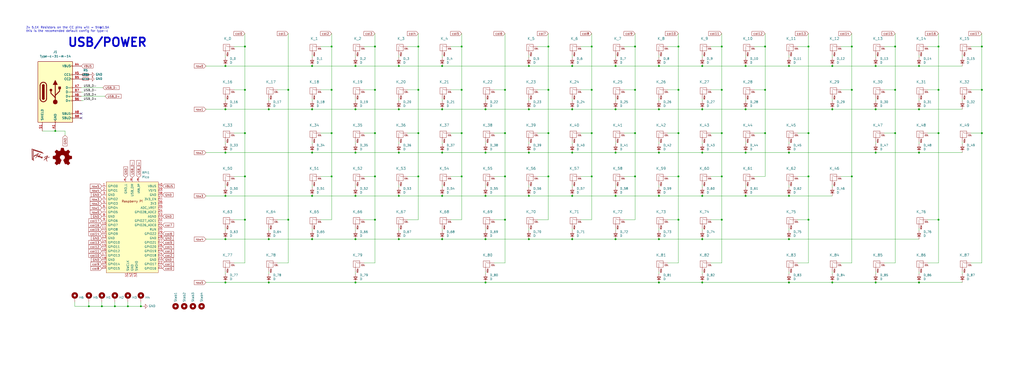
<source format=kicad_sch>
(kicad_sch (version 20211123) (generator eeschema)
  (paper "User" 599.999 219.989)
  (junction (at 448.31 78.105))
  (junction (at 309.88 114.935))
  (junction (at 397.51 78.105))
  (junction (at 397.51 27.305))
  (junction (at 411.48 165.735))
  (junction (at 575.31 52.705))
  (junction (at 245.11 78.105))
  (junction (at 487.68 165.735))
  (junction (at 386.08 89.535))
  (junction (at 422.91 78.105))
  (junction (at 386.08 140.335))
  (junction (at 411.48 114.935))
  (junction (at 411.48 140.335))
  (junction (at 284.48 64.135))
  (junction (at 513.08 38.735))
  (junction (at 448.31 52.705))
  (junction (at 473.71 78.105))
  (junction (at 59.69 179.705))
  (junction (at 284.48 89.535))
  (junction (at 448.31 27.305))
  (junction (at 157.48 64.135))
  (junction (at 462.28 89.535))
  (junction (at 132.08 64.135))
  (junction (at 259.08 114.935))
  (junction (at 335.28 89.535))
  (junction (at 259.08 89.535))
  (junction (at 549.91 52.705))
  (junction (at 499.11 52.705))
  (junction (at 335.28 38.735))
  (junction (at 259.08 38.735))
  (junction (at 208.28 64.135))
  (junction (at 538.48 89.535))
  (junction (at 132.08 140.335))
  (junction (at 372.11 78.105))
  (junction (at 132.08 114.935))
  (junction (at 182.88 114.935))
  (junction (at 422.91 52.705))
  (junction (at 462.28 165.735))
  (junction (at 538.48 64.135))
  (junction (at 487.68 64.135))
  (junction (at 295.91 103.505))
  (junction (at 473.71 128.905))
  (junction (at 436.88 64.135))
  (junction (at 82.55 179.705))
  (junction (at 386.08 64.135))
  (junction (at 309.88 140.335))
  (junction (at 208.28 165.735))
  (junction (at 321.31 103.505))
  (junction (at 194.31 52.705))
  (junction (at 194.31 78.105))
  (junction (at 270.51 103.505))
  (junction (at 499.11 103.505))
  (junction (at 321.31 52.705))
  (junction (at 372.11 103.505))
  (junction (at 143.51 78.105))
  (junction (at 233.68 64.135))
  (junction (at 208.28 89.535))
  (junction (at 436.88 89.535))
  (junction (at 194.31 27.305))
  (junction (at 422.91 128.905))
  (junction (at 513.08 89.535))
  (junction (at 219.71 27.305))
  (junction (at 549.91 27.305))
  (junction (at 284.48 165.735))
  (junction (at 132.08 38.735))
  (junction (at 157.48 140.335))
  (junction (at 143.51 128.905))
  (junction (at 295.91 128.905))
  (junction (at 335.28 114.935))
  (junction (at 219.71 103.505))
  (junction (at 386.08 165.735))
  (junction (at 208.28 114.935))
  (junction (at 549.91 128.905))
  (junction (at 372.11 27.305))
  (junction (at 67.31 179.705))
  (junction (at 575.31 27.305))
  (junction (at 219.71 78.105))
  (junction (at 245.11 52.705))
  (junction (at 284.48 114.935))
  (junction (at 513.08 165.735))
  (junction (at 208.28 38.735))
  (junction (at 259.08 140.335))
  (junction (at 74.93 179.705))
  (junction (at 143.51 103.505))
  (junction (at 422.91 103.505))
  (junction (at 346.71 52.705))
  (junction (at 462.28 38.735))
  (junction (at 473.71 103.505))
  (junction (at 346.71 78.105))
  (junction (at 397.51 128.905))
  (junction (at 346.71 27.305))
  (junction (at 411.48 38.735))
  (junction (at 132.08 165.735))
  (junction (at 462.28 140.335))
  (junction (at 487.68 38.735))
  (junction (at 360.68 140.335))
  (junction (at 143.51 27.305))
  (junction (at 386.08 114.935))
  (junction (at 270.51 27.305))
  (junction (at 182.88 64.135))
  (junction (at 524.51 78.105))
  (junction (at 411.48 64.135))
  (junction (at 168.91 52.705))
  (junction (at 397.51 52.705))
  (junction (at 513.08 64.135))
  (junction (at 168.91 128.905))
  (junction (at 538.48 38.735))
  (junction (at 52.07 179.705))
  (junction (at 233.68 140.335))
  (junction (at 499.11 27.305))
  (junction (at 233.68 38.735))
  (junction (at 360.68 38.735))
  (junction (at 245.11 103.505))
  (junction (at 473.71 27.305))
  (junction (at 309.88 38.735))
  (junction (at 462.28 114.935))
  (junction (at 575.31 78.105))
  (junction (at 295.91 52.705))
  (junction (at 335.28 64.135))
  (junction (at 524.51 52.705))
  (junction (at 360.68 114.935))
  (junction (at 284.48 140.335))
  (junction (at 219.71 128.905))
  (junction (at 436.88 38.735))
  (junction (at 143.51 52.705))
  (junction (at 397.51 103.505))
  (junction (at 411.48 89.535))
  (junction (at 132.08 89.535))
  (junction (at 346.71 103.505))
  (junction (at 524.51 27.305))
  (junction (at 372.11 52.705))
  (junction (at 245.11 27.305))
  (junction (at 360.68 89.535))
  (junction (at 157.48 165.735))
  (junction (at 335.28 140.335))
  (junction (at 422.91 27.305))
  (junction (at 194.31 103.505))
  (junction (at 309.88 89.535))
  (junction (at 270.51 78.105))
  (junction (at 182.88 140.335))
  (junction (at 259.08 64.135))
  (junction (at 208.28 140.335))
  (junction (at 182.88 38.735))
  (junction (at 321.31 78.105))
  (junction (at 295.91 78.105))
  (junction (at 436.88 114.935))
  (junction (at 219.71 52.705))
  (junction (at 321.31 27.305))
  (junction (at 182.88 89.535))
  (junction (at 386.08 38.735))
  (junction (at 538.48 165.735))
  (junction (at 32.385 76.835))
  (junction (at 549.91 78.105))
  (junction (at 233.68 89.535))
  (junction (at 360.68 64.135))
  (junction (at 270.51 52.705))
  (junction (at 233.68 114.935))
  (junction (at 309.88 64.135))
  (no_connect (at 47.625 69.215))
  (no_connect (at 47.625 66.675))
  (wire (pts (xy 422.91 27.305) (xy 422.91 52.705)))
  (wire (pts (xy 143.51 19.685) (xy 143.51 27.305)))
  (wire (pts (xy 238.76 78.105) (xy 245.11 78.105)))
  (wire (pts (xy 182.88 38.735) (xy 208.28 38.735)))
  (wire (pts (xy 284.48 114.935) (xy 309.88 114.935)))
  (wire (pts (xy 462.28 159.385) (xy 462.28 160.655)))
  (wire (pts (xy 422.91 154.305) (xy 422.91 128.905)))
  (wire (pts (xy 391.16 103.505) (xy 397.51 103.505)))
  (wire (pts (xy 360.68 32.385) (xy 360.68 33.655)))
  (wire (pts (xy 47.625 56.515) (xy 61.595 56.515)))
  (wire (pts (xy 386.08 159.385) (xy 386.08 160.655)))
  (wire (pts (xy 365.76 52.705) (xy 372.11 52.705)))
  (wire (pts (xy 416.56 154.305) (xy 422.91 154.305)))
  (wire (pts (xy 473.71 154.305) (xy 473.71 128.905)))
  (wire (pts (xy 295.91 154.305) (xy 295.91 128.905)))
  (wire (pts (xy 335.28 64.135) (xy 360.68 64.135)))
  (wire (pts (xy 441.96 27.305) (xy 448.31 27.305)))
  (wire (pts (xy 499.11 154.305) (xy 499.11 103.505)))
  (wire (pts (xy 462.28 140.335) (xy 538.48 140.335)))
  (wire (pts (xy 365.76 78.105) (xy 372.11 78.105)))
  (wire (pts (xy 314.96 103.505) (xy 321.31 103.505)))
  (wire (pts (xy 289.56 154.305) (xy 295.91 154.305)))
  (wire (pts (xy 568.96 27.305) (xy 575.31 27.305)))
  (wire (pts (xy 143.51 78.105) (xy 143.51 52.705)))
  (wire (pts (xy 309.88 108.585) (xy 309.88 109.855)))
  (wire (pts (xy 132.08 32.385) (xy 132.08 33.655)))
  (wire (pts (xy 270.51 128.905) (xy 270.51 103.505)))
  (wire (pts (xy 132.08 38.735) (xy 182.88 38.735)))
  (wire (pts (xy 168.91 19.685) (xy 168.91 52.705)))
  (wire (pts (xy 538.48 38.735) (xy 563.88 38.735)))
  (wire (pts (xy 137.16 78.105) (xy 143.51 78.105)))
  (wire (pts (xy 386.08 38.735) (xy 411.48 38.735)))
  (wire (pts (xy 284.48 140.335) (xy 309.88 140.335)))
  (wire (pts (xy 462.28 89.535) (xy 513.08 89.535)))
  (wire (pts (xy 132.08 89.535) (xy 182.88 89.535)))
  (wire (pts (xy 32.385 76.835) (xy 38.1 76.835)))
  (wire (pts (xy 568.96 154.305) (xy 575.31 154.305)))
  (wire (pts (xy 284.48 133.985) (xy 284.48 135.255)))
  (wire (pts (xy 411.48 32.385) (xy 411.48 33.655)))
  (wire (pts (xy 120.65 165.735) (xy 132.08 165.735)))
  (wire (pts (xy 524.51 27.305) (xy 524.51 52.705)))
  (wire (pts (xy 372.11 128.905) (xy 372.11 103.505)))
  (wire (pts (xy 492.76 103.505) (xy 499.11 103.505)))
  (wire (pts (xy 492.76 154.305) (xy 499.11 154.305)))
  (wire (pts (xy 411.48 83.185) (xy 411.48 84.455)))
  (wire (pts (xy 346.71 128.905) (xy 346.71 103.505)))
  (wire (pts (xy 575.31 78.105) (xy 575.31 52.705)))
  (wire (pts (xy 194.31 103.505) (xy 194.31 78.105)))
  (wire (pts (xy 208.28 165.735) (xy 284.48 165.735)))
  (wire (pts (xy 309.88 89.535) (xy 335.28 89.535)))
  (wire (pts (xy 321.31 78.105) (xy 321.31 52.705)))
  (wire (pts (xy 340.36 128.905) (xy 346.71 128.905)))
  (wire (pts (xy 386.08 108.585) (xy 386.08 109.855)))
  (wire (pts (xy 416.56 103.505) (xy 422.91 103.505)))
  (wire (pts (xy 538.48 133.985) (xy 538.48 135.255)))
  (wire (pts (xy 436.88 108.585) (xy 436.88 109.855)))
  (wire (pts (xy 543.56 78.105) (xy 549.91 78.105)))
  (wire (pts (xy 213.36 27.305) (xy 219.71 27.305)))
  (wire (pts (xy 270.51 27.305) (xy 270.51 52.705)))
  (wire (pts (xy 397.51 78.105) (xy 397.51 52.705)))
  (wire (pts (xy 467.36 103.505) (xy 473.71 103.505)))
  (wire (pts (xy 264.16 103.505) (xy 270.51 103.505)))
  (wire (pts (xy 264.16 78.105) (xy 270.51 78.105)))
  (wire (pts (xy 436.88 64.135) (xy 487.68 64.135)))
  (wire (pts (xy 360.68 38.735) (xy 386.08 38.735)))
  (wire (pts (xy 137.16 154.305) (xy 143.51 154.305)))
  (wire (pts (xy 321.31 27.305) (xy 321.31 52.705)))
  (wire (pts (xy 120.65 140.335) (xy 132.08 140.335)))
  (wire (pts (xy 340.36 78.105) (xy 346.71 78.105)))
  (wire (pts (xy 208.28 108.585) (xy 208.28 109.855)))
  (wire (pts (xy 47.625 51.435) (xy 60.325 51.435)))
  (wire (pts (xy 518.16 52.705) (xy 524.51 52.705)))
  (wire (pts (xy 132.08 140.335) (xy 157.48 140.335)))
  (wire (pts (xy 365.76 27.305) (xy 372.11 27.305)))
  (wire (pts (xy 245.11 103.505) (xy 245.11 78.105)))
  (wire (pts (xy 473.71 103.505) (xy 473.71 78.105)))
  (wire (pts (xy 182.88 64.135) (xy 208.28 64.135)))
  (wire (pts (xy 132.08 64.135) (xy 157.48 64.135)))
  (wire (pts (xy 208.28 140.335) (xy 233.68 140.335)))
  (wire (pts (xy 208.28 57.785) (xy 208.28 59.055)))
  (wire (pts (xy 499.11 27.305) (xy 499.11 52.705)))
  (wire (pts (xy 360.68 108.585) (xy 360.68 109.855)))
  (wire (pts (xy 289.56 103.505) (xy 295.91 103.505)))
  (wire (pts (xy 391.16 78.105) (xy 397.51 78.105)))
  (wire (pts (xy 524.51 154.305) (xy 524.51 78.105)))
  (wire (pts (xy 436.88 57.785) (xy 436.88 59.055)))
  (wire (pts (xy 233.68 83.185) (xy 233.68 84.455)))
  (wire (pts (xy 372.11 103.505) (xy 372.11 78.105)))
  (wire (pts (xy 233.68 32.385) (xy 233.68 33.655)))
  (wire (pts (xy 372.11 19.685) (xy 372.11 27.305)))
  (wire (pts (xy 391.16 154.305) (xy 397.51 154.305)))
  (wire (pts (xy 422.91 103.505) (xy 422.91 78.105)))
  (wire (pts (xy 448.31 78.105) (xy 448.31 52.705)))
  (wire (pts (xy 132.08 165.735) (xy 157.48 165.735)))
  (wire (pts (xy 335.28 133.985) (xy 335.28 135.255)))
  (wire (pts (xy 499.11 103.505) (xy 499.11 52.705)))
  (wire (pts (xy 411.48 165.735) (xy 462.28 165.735)))
  (wire (pts (xy 120.65 89.535) (xy 132.08 89.535)))
  (wire (pts (xy 120.65 114.935) (xy 132.08 114.935)))
  (wire (pts (xy 143.51 103.505) (xy 143.51 78.105)))
  (wire (pts (xy 513.08 32.385) (xy 513.08 33.655)))
  (wire (pts (xy 208.28 159.385) (xy 208.28 160.655)))
  (wire (pts (xy 289.56 78.105) (xy 295.91 78.105)))
  (wire (pts (xy 372.11 27.305) (xy 372.11 52.705)))
  (wire (pts (xy 487.68 159.385) (xy 487.68 160.655)))
  (wire (pts (xy 309.88 114.935) (xy 335.28 114.935)))
  (wire (pts (xy 59.69 179.705) (xy 52.07 179.705)))
  (wire (pts (xy 372.11 78.105) (xy 372.11 52.705)))
  (wire (pts (xy 157.48 133.985) (xy 157.48 135.255)))
  (wire (pts (xy 59.69 177.165) (xy 59.69 179.705)))
  (wire (pts (xy 187.96 128.905) (xy 194.31 128.905)))
  (wire (pts (xy 538.48 89.535) (xy 563.88 89.535)))
  (wire (pts (xy 182.88 32.385) (xy 182.88 33.655)))
  (wire (pts (xy 82.55 179.705) (xy 83.82 179.705)))
  (wire (pts (xy 575.31 154.305) (xy 575.31 78.105)))
  (wire (pts (xy 473.71 27.305) (xy 473.71 78.105)))
  (wire (pts (xy 467.36 78.105) (xy 473.71 78.105)))
  (wire (pts (xy 314.96 52.705) (xy 321.31 52.705)))
  (wire (pts (xy 182.88 114.935) (xy 208.28 114.935)))
  (wire (pts (xy 448.31 27.305) (xy 448.31 52.705)))
  (wire (pts (xy 441.96 103.505) (xy 448.31 103.505)))
  (wire (pts (xy 513.08 159.385) (xy 513.08 160.655)))
  (wire (pts (xy 360.68 83.185) (xy 360.68 84.455)))
  (wire (pts (xy 386.08 57.785) (xy 386.08 59.055)))
  (wire (pts (xy 386.08 89.535) (xy 411.48 89.535)))
  (wire (pts (xy 411.48 140.335) (xy 462.28 140.335)))
  (wire (pts (xy 321.31 128.905) (xy 321.31 103.505)))
  (wire (pts (xy 462.28 114.935) (xy 487.68 114.935)))
  (wire (pts (xy 245.11 27.305) (xy 245.11 52.705)))
  (wire (pts (xy 386.08 64.135) (xy 411.48 64.135)))
  (wire (pts (xy 143.51 128.905) (xy 143.51 103.505)))
  (wire (pts (xy 309.88 83.185) (xy 309.88 84.455)))
  (wire (pts (xy 549.91 78.105) (xy 549.91 52.705)))
  (wire (pts (xy 513.08 38.735) (xy 538.48 38.735)))
  (wire (pts (xy 397.51 19.685) (xy 397.51 27.305)))
  (wire (pts (xy 182.88 108.585) (xy 182.88 109.855)))
  (wire (pts (xy 245.11 19.685) (xy 245.11 27.305)))
  (wire (pts (xy 47.625 53.975) (xy 48.895 53.975)))
  (wire (pts (xy 238.76 128.905) (xy 245.11 128.905)))
  (wire (pts (xy 365.76 128.905) (xy 372.11 128.905)))
  (wire (pts (xy 397.51 128.905) (xy 397.51 103.505)))
  (wire (pts (xy 208.28 64.135) (xy 233.68 64.135)))
  (wire (pts (xy 448.31 19.685) (xy 448.31 27.305)))
  (wire (pts (xy 213.36 78.105) (xy 219.71 78.105)))
  (wire (pts (xy 284.48 165.735) (xy 386.08 165.735)))
  (wire (pts (xy 314.96 128.905) (xy 321.31 128.905)))
  (wire (pts (xy 82.55 177.165) (xy 82.55 179.705)))
  (wire (pts (xy 436.88 83.185) (xy 436.88 84.455)))
  (wire (pts (xy 213.36 154.305) (xy 219.71 154.305)))
  (wire (pts (xy 549.91 27.305) (xy 549.91 52.705)))
  (wire (pts (xy 187.96 103.505) (xy 194.31 103.505)))
  (wire (pts (xy 157.48 165.735) (xy 208.28 165.735)))
  (wire (pts (xy 219.71 128.905) (xy 219.71 103.505)))
  (wire (pts (xy 132.08 108.585) (xy 132.08 109.855)))
  (wire (pts (xy 208.28 32.385) (xy 208.28 33.655)))
  (wire (pts (xy 187.96 52.705) (xy 194.31 52.705)))
  (wire (pts (xy 391.16 128.905) (xy 397.51 128.905)))
  (wire (pts (xy 120.65 38.735) (xy 132.08 38.735)))
  (wire (pts (xy 492.76 27.305) (xy 499.11 27.305)))
  (wire (pts (xy 467.36 27.305) (xy 473.71 27.305)))
  (wire (pts (xy 259.08 108.585) (xy 259.08 109.855)))
  (wire (pts (xy 182.88 89.535) (xy 208.28 89.535)))
  (wire (pts (xy 284.48 83.185) (xy 284.48 84.455)))
  (wire (pts (xy 264.16 52.705) (xy 270.51 52.705)))
  (wire (pts (xy 411.48 38.735) (xy 436.88 38.735)))
  (wire (pts (xy 448.31 103.505) (xy 448.31 78.105)))
  (wire (pts (xy 335.28 140.335) (xy 360.68 140.335)))
  (wire (pts (xy 314.96 78.105) (xy 321.31 78.105)))
  (wire (pts (xy 38.1 76.835) (xy 38.1 79.375)))
  (wire (pts (xy 52.07 179.705) (xy 43.815 179.705)))
  (wire (pts (xy 467.36 154.305) (xy 473.71 154.305)))
  (wire (pts (xy 487.68 32.385) (xy 487.68 33.655)))
  (wire (pts (xy 360.68 140.335) (xy 386.08 140.335)))
  (wire (pts (xy 309.88 32.385) (xy 309.88 33.655)))
  (wire (pts (xy 436.88 89.535) (xy 462.28 89.535)))
  (wire (pts (xy 575.31 19.685) (xy 575.31 27.305)))
  (wire (pts (xy 233.68 114.935) (xy 259.08 114.935)))
  (wire (pts (xy 513.08 83.185) (xy 513.08 84.455)))
  (wire (pts (xy 162.56 52.705) (xy 168.91 52.705)))
  (wire (pts (xy 47.625 59.055) (xy 48.895 59.055)))
  (wire (pts (xy 513.08 57.785) (xy 513.08 59.055)))
  (wire (pts (xy 538.48 83.185) (xy 538.48 84.455)))
  (wire (pts (xy 309.88 140.335) (xy 335.28 140.335)))
  (wire (pts (xy 233.68 133.985) (xy 233.68 135.255)))
  (wire (pts (xy 67.31 179.705) (xy 74.93 179.705)))
  (wire (pts (xy 157.48 57.785) (xy 157.48 59.055)))
  (wire (pts (xy 182.88 133.985) (xy 182.88 135.255)))
  (wire (pts (xy 513.08 165.735) (xy 538.48 165.735)))
  (wire (pts (xy 213.36 52.705) (xy 219.71 52.705)))
  (wire (pts (xy 462.28 133.985) (xy 462.28 135.255)))
  (wire (pts (xy 309.88 64.135) (xy 335.28 64.135)))
  (wire (pts (xy 575.31 27.305) (xy 575.31 52.705)))
  (wire (pts (xy 264.16 128.905) (xy 270.51 128.905)))
  (wire (pts (xy 441.96 78.105) (xy 448.31 78.105)))
  (wire (pts (xy 194.31 78.105) (xy 194.31 52.705)))
  (wire (pts (xy 563.88 159.385) (xy 563.88 160.655)))
  (wire (pts (xy 386.08 140.335) (xy 411.48 140.335)))
  (wire (pts (xy 157.48 159.385) (xy 157.48 160.655)))
  (wire (pts (xy 365.76 103.505) (xy 372.11 103.505)))
  (wire (pts (xy 360.68 114.935) (xy 386.08 114.935)))
  (wire (pts (xy 487.68 38.735) (xy 513.08 38.735)))
  (wire (pts (xy 233.68 108.585) (xy 233.68 109.855)))
  (wire (pts (xy 346.71 27.305) (xy 346.71 52.705)))
  (wire (pts (xy 524.51 78.105) (xy 524.51 52.705)))
  (wire (pts (xy 284.48 159.385) (xy 284.48 160.655)))
  (wire (pts (xy 132.08 133.985) (xy 132.08 135.255)))
  (wire (pts (xy 219.71 154.305) (xy 219.71 128.905)))
  (wire (pts (xy 219.71 27.305) (xy 219.71 52.705)))
  (wire (pts (xy 436.88 32.385) (xy 436.88 33.655)))
  (wire (pts (xy 219.71 103.505) (xy 219.71 78.105)))
  (wire (pts (xy 284.48 89.535) (xy 309.88 89.535)))
  (wire (pts (xy 182.88 57.785) (xy 182.88 59.055)))
  (wire (pts (xy 233.68 140.335) (xy 259.08 140.335)))
  (wire (pts (xy 549.91 154.305) (xy 549.91 128.905)))
  (wire (pts (xy 462.28 165.735) (xy 487.68 165.735)))
  (wire (pts (xy 335.28 114.935) (xy 360.68 114.935)))
  (wire (pts (xy 213.36 128.905) (xy 219.71 128.905)))
  (wire (pts (xy 563.88 32.385) (xy 563.88 33.655)))
  (wire (pts (xy 411.48 89.535) (xy 436.88 89.535)))
  (wire (pts (xy 259.08 133.985) (xy 259.08 135.255)))
  (wire (pts (xy 284.48 57.785) (xy 284.48 59.055)))
  (wire (pts (xy 295.91 128.905) (xy 295.91 103.505)))
  (wire (pts (xy 543.56 154.305) (xy 549.91 154.305)))
  (wire (pts (xy 340.36 103.505) (xy 346.71 103.505)))
  (wire (pts (xy 462.28 38.735) (xy 487.68 38.735)))
  (wire (pts (xy 411.48 57.785) (xy 411.48 59.055)))
  (wire (pts (xy 132.08 159.385) (xy 132.08 160.655)))
  (wire (pts (xy 43.815 179.705) (xy 43.815 177.165)))
  (wire (pts (xy 462.28 32.385) (xy 462.28 33.655)))
  (wire (pts (xy 238.76 103.505) (xy 245.11 103.505)))
  (wire (pts (xy 499.11 19.685) (xy 499.11 27.305)))
  (wire (pts (xy 397.51 154.305) (xy 397.51 128.905)))
  (wire (pts (xy 518.16 154.305) (xy 524.51 154.305)))
  (wire (pts (xy 568.96 52.705) (xy 575.31 52.705)))
  (wire (pts (xy 538.48 159.385) (xy 538.48 160.655)))
  (wire (pts (xy 59.69 179.705) (xy 67.31 179.705)))
  (wire (pts (xy 543.56 27.305) (xy 549.91 27.305)))
  (wire (pts (xy 518.16 27.305) (xy 524.51 27.305)))
  (wire (pts (xy 208.28 83.185) (xy 208.28 84.455)))
  (wire (pts (xy 157.48 140.335) (xy 182.88 140.335)))
  (wire (pts (xy 422.91 78.105) (xy 422.91 52.705)))
  (wire (pts (xy 416.56 52.705) (xy 422.91 52.705)))
  (wire (pts (xy 391.16 52.705) (xy 397.51 52.705)))
  (wire (pts (xy 549.91 19.685) (xy 549.91 27.305)))
  (wire (pts (xy 245.11 128.905) (xy 245.11 103.505)))
  (wire (pts (xy 543.56 128.905) (xy 549.91 128.905)))
  (wire (pts (xy 259.08 38.735) (xy 309.88 38.735)))
  (wire (pts (xy 462.28 83.185) (xy 462.28 84.455)))
  (wire (pts (xy 386.08 133.985) (xy 386.08 135.255)))
  (wire (pts (xy 295.91 78.105) (xy 295.91 52.705)))
  (wire (pts (xy 289.56 128.905) (xy 295.91 128.905)))
  (wire (pts (xy 360.68 64.135) (xy 386.08 64.135)))
  (wire (pts (xy 518.16 78.105) (xy 524.51 78.105)))
  (wire (pts (xy 340.36 52.705) (xy 346.71 52.705)))
  (wire (pts (xy 386.08 83.185) (xy 386.08 84.455)))
  (wire (pts (xy 213.36 103.505) (xy 219.71 103.505)))
  (wire (pts (xy 386.08 165.735) (xy 411.48 165.735)))
  (wire (pts (xy 422.91 128.905) (xy 422.91 103.505)))
  (wire (pts (xy 492.76 52.705) (xy 499.11 52.705)))
  (wire (pts (xy 208.28 133.985) (xy 208.28 135.255)))
  (wire (pts (xy 284.48 64.135) (xy 309.88 64.135)))
  (wire (pts (xy 162.56 128.905) (xy 168.91 128.905)))
  (wire (pts (xy 295.91 19.685) (xy 295.91 52.705)))
  (wire (pts (xy 335.28 57.785) (xy 335.28 59.055)))
  (wire (pts (xy 487.68 165.735) (xy 513.08 165.735)))
  (wire (pts (xy 309.88 38.735) (xy 335.28 38.735)))
  (wire (pts (xy 538.48 32.385) (xy 538.48 33.655)))
  (wire (pts (xy 462.28 108.585) (xy 462.28 109.855)))
  (wire (pts (xy 411.48 114.935) (xy 436.88 114.935)))
  (wire (pts (xy 321.31 19.685) (xy 321.31 27.305)))
  (wire (pts (xy 441.96 52.705) (xy 448.31 52.705)))
  (wire (pts (xy 386.08 114.935) (xy 411.48 114.935)))
  (wire (pts (xy 187.96 78.105) (xy 194.31 78.105)))
  (wire (pts (xy 194.31 19.685) (xy 194.31 27.305)))
  (wire (pts (xy 208.28 89.535) (xy 233.68 89.535)))
  (wire (pts (xy 143.51 154.305) (xy 143.51 128.905)))
  (wire (pts (xy 194.31 27.305) (xy 194.31 52.705)))
  (wire (pts (xy 386.08 32.385) (xy 386.08 33.655)))
  (wire (pts (xy 295.91 103.505) (xy 295.91 78.105)))
  (wire (pts (xy 259.08 64.135) (xy 284.48 64.135)))
  (wire (pts (xy 309.88 133.985) (xy 309.88 135.255)))
  (wire (pts (xy 168.91 154.305) (xy 168.91 128.905)))
  (wire (pts (xy 416.56 78.105) (xy 422.91 78.105)))
  (wire (pts (xy 360.68 57.785) (xy 360.68 59.055)))
  (wire (pts (xy 538.48 64.135) (xy 563.88 64.135)))
  (wire (pts (xy 132.08 83.185) (xy 132.08 84.455)))
  (wire (pts (xy 436.88 114.935) (xy 462.28 114.935)))
  (wire (pts (xy 411.48 133.985) (xy 411.48 135.255)))
  (wire (pts (xy 264.16 27.305) (xy 270.51 27.305)))
  (wire (pts (xy 487.68 57.785) (xy 487.68 59.055)))
  (wire (pts (xy 346.71 103.505) (xy 346.71 78.105)))
  (wire (pts (xy 137.16 52.705) (xy 143.51 52.705)))
  (wire (pts (xy 487.68 64.135) (xy 513.08 64.135)))
  (wire (pts (xy 259.08 83.185) (xy 259.08 84.455)))
  (wire (pts (xy 487.68 108.585) (xy 487.68 109.855)))
  (wire (pts (xy 513.08 64.135) (xy 538.48 64.135)))
  (wire (pts (xy 335.28 108.585) (xy 335.28 109.855)))
  (wire (pts (xy 416.56 27.305) (xy 422.91 27.305)))
  (wire (pts (xy 132.08 114.935) (xy 182.88 114.935)))
  (wire (pts (xy 233.68 89.535) (xy 259.08 89.535)))
  (wire (pts (xy 335.28 38.735) (xy 360.68 38.735)))
  (wire (pts (xy 208.28 38.735) (xy 233.68 38.735)))
  (wire (pts (xy 284.48 108.585) (xy 284.48 109.855)))
  (wire (pts (xy 143.51 27.305) (xy 143.51 52.705)))
  (wire (pts (xy 208.28 114.935) (xy 233.68 114.935)))
  (wire (pts (xy 538.48 57.785) (xy 538.48 59.055)))
  (wire (pts (xy 233.68 57.785) (xy 233.68 59.055)))
  (wire (pts (xy 321.31 103.505) (xy 321.31 78.105)))
  (wire (pts (xy 259.08 140.335) (xy 284.48 140.335)))
  (wire (pts (xy 314.96 27.305) (xy 321.31 27.305)))
  (wire (pts (xy 568.96 78.105) (xy 575.31 78.105)))
  (wire (pts (xy 549.91 128.905) (xy 549.91 78.105)))
  (wire (pts (xy 74.93 177.165) (xy 74.93 179.705)))
  (wire (pts (xy 67.31 177.165) (xy 67.31 179.705)))
  (wire (pts (xy 194.31 128.905) (xy 194.31 103.505)))
  (wire (pts (xy 340.36 27.305) (xy 346.71 27.305)))
  (wire (pts (xy 187.96 27.305) (xy 194.31 27.305)))
  (wire (pts (xy 411.48 108.585) (xy 411.48 109.855)))
  (wire (pts (xy 563.88 57.785) (xy 563.88 59.055)))
  (wire (pts (xy 335.28 89.535) (xy 360.68 89.535)))
  (wire (pts (xy 182.88 83.185) (xy 182.88 84.455)))
  (wire (pts (xy 289.56 52.705) (xy 295.91 52.705)))
  (wire (pts (xy 346.71 78.105) (xy 346.71 52.705)))
  (wire (pts (xy 233.68 38.735) (xy 259.08 38.735)))
  (wire (pts (xy 259.08 114.935) (xy 284.48 114.935)))
  (wire (pts (xy 473.71 19.685) (xy 473.71 27.305)))
  (wire (pts (xy 467.36 128.905) (xy 473.71 128.905)))
  (wire (pts (xy 238.76 52.705) (xy 245.11 52.705)))
  (wire (pts (xy 513.08 89.535) (xy 538.48 89.535)))
  (wire (pts (xy 335.28 83.185) (xy 335.28 84.455)))
  (wire (pts (xy 259.08 32.385) (xy 259.08 33.655)))
  (wire (pts (xy 233.68 64.135) (xy 259.08 64.135)))
  (wire (pts (xy 132.08 57.785) (xy 132.08 59.055)))
  (wire (pts (xy 162.56 154.305) (xy 168.91 154.305)))
  (wire (pts (xy 416.56 128.905) (xy 422.91 128.905)))
  (wire (pts (xy 346.71 19.685) (xy 346.71 27.305)))
  (wire (pts (xy 219.71 78.105) (xy 219.71 52.705)))
  (wire (pts (xy 538.48 165.735) (xy 563.88 165.735)))
  (wire (pts (xy 157.48 64.135) (xy 182.88 64.135)))
  (wire (pts (xy 137.16 27.305) (xy 143.51 27.305)))
  (wire (pts (xy 245.11 78.105) (xy 245.11 52.705)))
  (wire (pts (xy 182.88 140.335) (xy 208.28 140.335)))
  (wire (pts (xy 52.07 177.165) (xy 52.07 179.705)))
  (wire (pts (xy 137.16 128.905) (xy 143.51 128.905)))
  (wire (pts (xy 360.68 133.985) (xy 360.68 135.255)))
  (wire (pts (xy 335.28 32.385) (xy 335.28 33.655)))
  (wire (pts (xy 137.16 103.505) (xy 143.51 103.505)))
  (wire (pts (xy 473.71 128.905) (xy 473.71 103.505)))
  (wire (pts (xy 270.51 103.505) (xy 270.51 78.105)))
  (wire (pts (xy 524.51 19.685) (xy 524.51 27.305)))
  (wire (pts (xy 422.91 19.685) (xy 422.91 27.305)))
  (wire (pts (xy 397.51 103.505) (xy 397.51 78.105)))
  (wire (pts (xy 168.91 128.905) (xy 168.91 52.705)))
  (wire (pts (xy 238.76 27.305) (xy 245.11 27.305)))
  (wire (pts (xy 309.88 57.785) (xy 309.88 59.055)))
  (wire (pts (xy 24.765 76.835) (xy 32.385 76.835)))
  (wire (pts (xy 270.51 19.685) (xy 270.51 27.305)))
  (wire (pts (xy 74.93 179.705) (xy 82.55 179.705)))
  (wire (pts (xy 543.56 52.705) (xy 549.91 52.705)))
  (wire (pts (xy 391.16 27.305) (xy 397.51 27.305)))
  (wire (pts (xy 219.71 19.685) (xy 219.71 27.305)))
  (wire (pts (xy 259.08 89.535) (xy 284.48 89.535)))
  (wire (pts (xy 270.51 78.105) (xy 270.51 52.705)))
  (wire (pts (xy 411.48 159.385) (xy 411.48 160.655)))
  (wire (pts (xy 436.88 38.735) (xy 462.28 38.735)))
  (wire (pts (xy 360.68 89.535) (xy 386.08 89.535)))
  (wire (pts (xy 259.08 57.785) (xy 259.08 59.055)))
  (wire (pts (xy 120.65 64.135) (xy 132.08 64.135)))
  (wire (pts (xy 411.48 64.135) (xy 436.88 64.135)))
  (wire (pts (xy 563.88 83.185) (xy 563.88 84.455)))
  (wire (pts (xy 397.51 27.305) (xy 397.51 52.705)))
  (text "USB/POWER" (at 39.37 27.94 0) (effects (font (size 5.0038 5.0038) (thickness 1.0008) bold) (justify left bottom)))
  (text "2x 5.1K Resistors on the CC pins will = 5V@1.5A\nthis is the recomended default config for type-c" (at 15.24 19.05 0) (effects (font (size 1.27 1.27)) (justify left bottom)))
  (label "USB_D-" (at 48.895 51.435 0))
  (label "USB_D-" (at 48.895 53.975 0))
  (label "USB_D+" (at 48.895 56.515 0))
  (label "USB_D+" (at 48.895 59.055 0))
  (global_label "col3" (shape input) (at 219.71 19.685 180) (property "Intersheet References" "${INTERSHEET_REFS}" (effects hide)))
  (global_label "col2" (shape input) (at 194.31 19.685 180) (property "Intersheet References" "${INTERSHEET_REFS}" (effects hide)))
  (global_label "col0" (shape input) (at 143.51 19.685 180) (property "Intersheet References" "${INTERSHEET_REFS}" (effects hide)))
  (global_label "row4" (shape input) (at 120.65 140.335 180) (property "Intersheet References" "${INTERSHEET_REFS}" (effects hide)))
  (global_label "row0" (shape input) (at 59.69 124.46 180) (property "Intersheet References" "${INTERSHEET_REFS}" (effects hide)))
  (global_label "row4" (shape input) (at 59.69 111.76 180) (property "Intersheet References" "${INTERSHEET_REFS}" (effects hide)))
  (global_label "row1" (shape input) (at 120.65 64.135 180) (property "Intersheet References" "${INTERSHEET_REFS}" (effects hide)))
  (global_label "GND" (shape input) (at 73.66 104.14 90) (property "Intersheet References" "${INTERSHEET_REFS}" (effects hide)))
  (global_label "USB_D+" (shape input) (at 81.28 104.14 90) (property "Intersheet References" "${INTERSHEET_REFS}" (effects hide)))
  (global_label "USB_D-" (shape input) (at 77.47 104.14 90) (property "Intersheet References" "${INTERSHEET_REFS}" (effects hide)))
  (global_label "col4" (shape input) (at 95.25 144.78 0) (property "Intersheet References" "${INTERSHEET_REFS}" (effects hide)))
  (global_label "col12" (shape input) (at 59.69 144.78 180) (property "Intersheet References" "${INTERSHEET_REFS}" (effects hide)))
  (global_label "col15" (shape input) (at 524.51 19.685 180) (property "Intersheet References" "${INTERSHEET_REFS}" (effects hide)))
  (global_label "GND" (shape input) (at 95.25 139.7 0) (property "Intersheet References" "${INTERSHEET_REFS}" (effects hide)))
  (global_label "col10" (shape input) (at 59.69 149.86 180) (property "Intersheet References" "${INTERSHEET_REFS}" (effects hide)))
  (global_label "col9" (shape input) (at 59.69 154.94 180) (property "Intersheet References" "${INTERSHEET_REFS}" (effects hide)))
  (global_label "col7" (shape input) (at 321.31 19.685 180) (property "Intersheet References" "${INTERSHEET_REFS}" (effects hide)))
  (global_label "VBUS" (shape input) (at 95.25 109.22 0) (effects (font (size 1.2 1.2))) (property "Intersheet References" "${INTERSHEET_REFS}" (effects hide)))
  (global_label "GND" (shape input) (at 59.69 152.4 180) (property "Intersheet References" "${INTERSHEET_REFS}" (effects hide)))
  (global_label "row5" (shape input) (at 120.65 165.735 180) (property "Intersheet References" "${INTERSHEET_REFS}" (effects hide)))
  (global_label "col8" (shape input) (at 346.71 19.685 180) (property "Intersheet References" "${INTERSHEET_REFS}" (effects hide)))
  (global_label "GND" (shape input) (at 59.69 127 180) (property "Intersheet References" "${INTERSHEET_REFS}" (effects hide)))
  (global_label "col17" (shape input) (at 59.69 129.54 180) (property "Intersheet References" "${INTERSHEET_REFS}" (effects hide)))
  (global_label "GND" (shape input) (at 59.69 114.3 180) (property "Intersheet References" "${INTERSHEET_REFS}" (effects hide)))
  (global_label "col17" (shape input) (at 575.31 19.685 180) (property "Intersheet References" "${INTERSHEET_REFS}" (effects hide)))
  (global_label "col13" (shape input) (at 473.71 19.685 180) (property "Intersheet References" "${INTERSHEET_REFS}" (effects hide)))
  (global_label "col12" (shape input) (at 448.31 19.685 180) (property "Intersheet References" "${INTERSHEET_REFS}" (effects hide)))
  (global_label "GND" (shape input) (at 38.1 79.375 270) (property "Intersheet References" "${INTERSHEET_REFS}" (effects hide)))
  (global_label "col9" (shape input) (at 372.11 19.685 180) (property "Intersheet References" "${INTERSHEET_REFS}" (effects hide)))
  (global_label "col14" (shape input) (at 59.69 137.16 180) (property "Intersheet References" "${INTERSHEET_REFS}" (effects hide)))
  (global_label "col16" (shape input) (at 549.91 19.685 180) (property "Intersheet References" "${INTERSHEET_REFS}" (effects hide)))
  (global_label "col1" (shape input) (at 95.25 154.94 0) (property "Intersheet References" "${INTERSHEET_REFS}" (effects hide)))
  (global_label "col0" (shape input) (at 95.25 157.48 0) (property "Intersheet References" "${INTERSHEET_REFS}" (effects hide)))
  (global_label "col10" (shape input) (at 397.51 19.685 180) (property "Intersheet References" "${INTERSHEET_REFS}" (effects hide)))
  (global_label "row3" (shape input) (at 59.69 116.84 180) (property "Intersheet References" "${INTERSHEET_REFS}" (effects hide)))
  (global_label "col15" (shape input) (at 59.69 134.62 180) (property "Intersheet References" "${INTERSHEET_REFS}" (effects hide)))
  (global_label "col1" (shape input) (at 168.91 19.685 180) (property "Intersheet References" "${INTERSHEET_REFS}" (effects hide)))
  (global_label "col6" (shape input) (at 295.91 19.685 180) (property "Intersheet References" "${INTERSHEET_REFS}" (effects hide)))
  (global_label "col14" (shape input) (at 499.11 19.685 180) (property "Intersheet References" "${INTERSHEET_REFS}" (effects hide)))
  (global_label "row3" (shape input) (at 120.65 114.935 180) (property "Intersheet References" "${INTERSHEET_REFS}" (effects hide)))
  (global_label "row1" (shape input) (at 59.69 121.92 180) (property "Intersheet References" "${INTERSHEET_REFS}" (effects hide)))
  (global_label "col3" (shape input) (at 95.25 147.32 0) (property "Intersheet References" "${INTERSHEET_REFS}" (effects hide)))
  (global_label "row0" (shape input) (at 120.65 38.735 180) (property "Intersheet References" "${INTERSHEET_REFS}" (effects hide)))
  (global_label "col8" (shape input) (at 59.69 157.48 180) (property "Intersheet References" "${INTERSHEET_REFS}" (effects hide)))
  (global_label "USB_D+" (shape input) (at 61.595 56.515 0) (effects (font (size 1.2 1.2))) (property "Intersheet References" "${INTERSHEET_REFS}" (effects hide)))
  (global_label "col5" (shape input) (at 270.51 19.685 180) (property "Intersheet References" "${INTERSHEET_REFS}" (effects hide)))
  (global_label "col2" (shape input) (at 95.25 149.86 0) (property "Intersheet References" "${INTERSHEET_REFS}" (effects hide)))
  (global_label "col6" (shape input) (at 95.25 137.16 0) (property "Intersheet References" "${INTERSHEET_REFS}" (effects hide)))
  (global_label "GND" (shape input) (at 95.25 114.3 0) (property "Intersheet References" "${INTERSHEET_REFS}" (effects hide)))
  (global_label "GND" (shape input) (at 95.25 127 0) (property "Intersheet References" "${INTERSHEET_REFS}" (effects hide)))
  (global_label "USB_D-" (shape input) (at 60.325 51.435 0) (effects (font (size 1.2 1.2))) (property "Intersheet References" "${INTERSHEET_REFS}" (effects hide)))
  (global_label "row2" (shape input) (at 120.65 89.535 180) (property "Intersheet References" "${INTERSHEET_REFS}" (effects hide)))
  (global_label "col13" (shape input) (at 59.69 142.24 180) (property "Intersheet References" "${INTERSHEET_REFS}" (effects hide)))
  (global_label "col11" (shape input) (at 59.69 147.32 180) (property "Intersheet References" "${INTERSHEET_REFS}" (effects hide)))
  (global_label "col16" (shape input) (at 59.69 132.08 180) (property "Intersheet References" "${INTERSHEET_REFS}" (effects hide)))
  (global_label "GND" (shape input) (at 59.69 139.7 180) (property "Intersheet References" "${INTERSHEET_REFS}" (effects hide)))
  (global_label "col4" (shape input) (at 245.11 19.685 180) (property "Intersheet References" "${INTERSHEET_REFS}" (effects hide)))
  (global_label "VBUS" (shape input) (at 47.625 38.735 0) (effects (font (size 1.2 1.2))) (property "Intersheet References" "${INTERSHEET_REFS}" (effects hide)))
  (global_label "row2" (shape input) (at 59.69 119.38 180) (property "Intersheet References" "${INTERSHEET_REFS}" (effects hide)))
  (global_label "col11" (shape input) (at 422.91 19.685 180) (property "Intersheet References" "${INTERSHEET_REFS}" (effects hide)))
  (global_label "col5" (shape input) (at 95.25 142.24 0) (property "Intersheet References" "${INTERSHEET_REFS}" (effects hide)))
  (global_label "col7" (shape input) (at 95.25 132.08 0) (property "Intersheet References" "${INTERSHEET_REFS}" (effects hide)))
  (global_label "row5" (shape input) (at 59.69 109.22 180) (property "Intersheet References" "${INTERSHEET_REFS}" (effects hide)))
  (global_label "GND" (shape input) (at 95.25 152.4 0) (property "Intersheet References" "${INTERSHEET_REFS}" (effects hide)))
  (symbol (lib_id "MX_Alps_Hybrid:MX-NoLED") (at 133.35 28.575 0) (unit 1)
    (property "Reference" "K_0" (at 133.35 22.6568 0) (effects (font (size 1.524 1.524))))
    (property "Value" "KEYSW" (effects hide))
    (property "Footprint" "Switch_Keyboard_Kailh:SW_Kailh_Choc_V2" (effects hide))
  )
  (symbol (lib_id "Device:D_Small") (at 182.88 36.195 90) (unit 1)
    (property "Reference" "D_1" (at 185.42 34.417 90) (effects (justify right)))
    (property "Value" "D" (at 185.42 36.703 90) (effects (justify right)))
    (property "Footprint" "Diode_SMD:D_SOD-123" (effects hide))
  )
  (symbol (lib_id "MX_Alps_Hybrid:MX-NoLED") (at 184.15 28.575 0) (unit 1)
    (property "Reference" "K_1" (at 184.15 22.6568 0) (effects (font (size 1.524 1.524))))
    (property "Value" "KEYSW" (effects hide))
    (property "Footprint" "Switch_Keyboard_Kailh:SW_Kailh_Choc_V2" (effects hide))
  )
  (symbol (lib_id "Device:D_Small") (at 208.28 36.195 90) (unit 1)
    (property "Reference" "D_2" (at 210.82 34.417 90) (effects (justify right)))
    (property "Value" "D" (at 210.82 36.703 90) (effects (justify right)))
    (property "Footprint" "Diode_SMD:D_SOD-123" (effects hide))
  )
  (symbol (lib_id "MX_Alps_Hybrid:MX-NoLED") (at 209.55 28.575 0) (unit 1)
    (property "Reference" "K_2" (at 209.55 22.6568 0) (effects (font (size 1.524 1.524))))
    (property "Value" "KEYSW" (effects hide))
    (property "Footprint" "Switch_Keyboard_Kailh:SW_Kailh_Choc_V2" (effects hide))
  )
  (symbol (lib_id "Device:D_Small") (at 233.68 36.195 90) (unit 1)
    (property "Reference" "D_3" (at 236.22 34.417 90) (effects (justify right)))
    (property "Value" "D" (at 236.22 36.703 90) (effects (justify right)))
    (property "Footprint" "Diode_SMD:D_SOD-123" (effects hide))
  )
  (symbol (lib_id "MX_Alps_Hybrid:MX-NoLED") (at 234.95 28.575 0) (unit 1)
    (property "Reference" "K_3" (at 234.95 22.6568 0) (effects (font (size 1.524 1.524))))
    (property "Value" "KEYSW" (effects hide))
    (property "Footprint" "Switch_Keyboard_Kailh:SW_Kailh_Choc_V2" (effects hide))
  )
  (symbol (lib_id "Device:D_Small") (at 259.08 36.195 90) (unit 1)
    (property "Reference" "D_4" (at 261.62 34.417 90) (effects (justify right)))
    (property "Value" "D" (at 261.62 36.703 90) (effects (justify right)))
    (property "Footprint" "Diode_SMD:D_SOD-123" (effects hide))
  )
  (symbol (lib_id "MX_Alps_Hybrid:MX-NoLED") (at 260.35 28.575 0) (unit 1)
    (property "Reference" "K_4" (at 260.35 22.6568 0) (effects (font (size 1.524 1.524))))
    (property "Value" "KEYSW" (effects hide))
    (property "Footprint" "Switch_Keyboard_Kailh:SW_Kailh_Choc_V2" (effects hide))
  )
  (symbol (lib_id "Device:D_Small") (at 309.88 36.195 90) (unit 1)
    (property "Reference" "D_5" (at 312.42 34.417 90) (effects (justify right)))
    (property "Value" "D" (at 312.42 36.703 90) (effects (justify right)))
    (property "Footprint" "Diode_SMD:D_SOD-123" (effects hide))
  )
  (symbol (lib_id "MX_Alps_Hybrid:MX-NoLED") (at 311.15 28.575 0) (unit 1)
    (property "Reference" "K_5" (at 311.15 22.6568 0) (effects (font (size 1.524 1.524))))
    (property "Value" "KEYSW" (effects hide))
    (property "Footprint" "Switch_Keyboard_Kailh:SW_Kailh_Choc_V2" (effects hide))
  )
  (symbol (lib_id "Device:D_Small") (at 335.28 36.195 90) (unit 1)
    (property "Reference" "D_6" (at 337.82 34.417 90) (effects (justify right)))
    (property "Value" "D" (at 337.82 36.703 90) (effects (justify right)))
    (property "Footprint" "Diode_SMD:D_SOD-123" (effects hide))
  )
  (symbol (lib_id "MX_Alps_Hybrid:MX-NoLED") (at 336.55 28.575 0) (unit 1)
    (property "Reference" "K_6" (at 336.55 22.6568 0) (effects (font (size 1.524 1.524))))
    (property "Value" "KEYSW" (effects hide))
    (property "Footprint" "Switch_Keyboard_Kailh:SW_Kailh_Choc_V2" (effects hide))
  )
  (symbol (lib_id "Device:D_Small") (at 360.68 36.195 90) (unit 1)
    (property "Reference" "D_7" (at 363.22 34.417 90) (effects (justify right)))
    (property "Value" "D" (at 363.22 36.703 90) (effects (justify right)))
    (property "Footprint" "Diode_SMD:D_SOD-123" (effects hide))
  )
  (symbol (lib_id "MX_Alps_Hybrid:MX-NoLED") (at 361.95 28.575 0) (unit 1)
    (property "Reference" "K_7" (at 361.95 22.6568 0) (effects (font (size 1.524 1.524))))
    (property "Value" "KEYSW" (effects hide))
    (property "Footprint" "Switch_Keyboard_Kailh:SW_Kailh_Choc_V2" (effects hide))
  )
  (symbol (lib_id "Device:D_Small") (at 386.08 36.195 90) (unit 1)
    (property "Reference" "D_8" (at 388.62 34.417 90) (effects (justify right)))
    (property "Value" "D" (at 388.62 36.703 90) (effects (justify right)))
    (property "Footprint" "Diode_SMD:D_SOD-123" (effects hide))
  )
  (symbol (lib_id "MX_Alps_Hybrid:MX-NoLED") (at 387.35 28.575 0) (unit 1)
    (property "Reference" "K_8" (at 387.35 22.6568 0) (effects (font (size 1.524 1.524))))
    (property "Value" "KEYSW" (effects hide))
    (property "Footprint" "Switch_Keyboard_Kailh:SW_Kailh_Choc_V2" (effects hide))
  )
  (symbol (lib_id "Device:D_Small") (at 411.48 36.195 90) (unit 1)
    (property "Reference" "D_9" (at 414.02 34.417 90) (effects (justify right)))
    (property "Value" "D" (at 414.02 36.703 90) (effects (justify right)))
    (property "Footprint" "Diode_SMD:D_SOD-123" (effects hide))
  )
  (symbol (lib_id "MX_Alps_Hybrid:MX-NoLED") (at 412.75 28.575 0) (unit 1)
    (property "Reference" "K_9" (at 412.75 22.6568 0) (effects (font (size 1.524 1.524))))
    (property "Value" "KEYSW" (effects hide))
    (property "Footprint" "Switch_Keyboard_Kailh:SW_Kailh_Choc_V2" (effects hide))
  )
  (symbol (lib_id "Device:D_Small") (at 436.88 36.195 90) (unit 1)
    (property "Reference" "D_10" (at 439.42 34.417 90) (effects (justify right)))
    (property "Value" "D" (at 439.42 36.703 90) (effects (justify right)))
    (property "Footprint" "Diode_SMD:D_SOD-123" (effects hide))
  )
  (symbol (lib_id "MX_Alps_Hybrid:MX-NoLED") (at 438.15 28.575 0) (unit 1)
    (property "Reference" "K_10" (at 438.15 22.6568 0) (effects (font (size 1.524 1.524))))
    (property "Value" "KEYSW" (effects hide))
    (property "Footprint" "Switch_Keyboard_Kailh:SW_Kailh_Choc_V2" (effects hide))
  )
  (symbol (lib_id "Device:D_Small") (at 462.28 36.195 90) (unit 1)
    (property "Reference" "D_11" (at 464.82 34.417 90) (effects (justify right)))
    (property "Value" "D" (at 464.82 36.703 90) (effects (justify right)))
    (property "Footprint" "Diode_SMD:D_SOD-123" (effects hide))
  )
  (symbol (lib_id "MX_Alps_Hybrid:MX-NoLED") (at 463.55 28.575 0) (unit 1)
    (property "Reference" "K_11" (at 463.55 22.6568 0) (effects (font (size 1.524 1.524))))
    (property "Value" "KEYSW" (effects hide))
    (property "Footprint" "Switch_Keyboard_Kailh:SW_Kailh_Choc_V2" (effects hide))
  )
  (symbol (lib_id "Device:D_Small") (at 487.68 36.195 90) (unit 1)
    (property "Reference" "D_12" (at 490.22 34.417 90) (effects (justify right)))
    (property "Value" "D" (at 490.22 36.703 90) (effects (justify right)))
    (property "Footprint" "Diode_SMD:D_SOD-123" (effects hide))
  )
  (symbol (lib_id "MX_Alps_Hybrid:MX-NoLED") (at 488.95 28.575 0) (unit 1)
    (property "Reference" "K_12" (at 488.95 22.6568 0) (effects (font (size 1.524 1.524))))
    (property "Value" "KEYSW" (effects hide))
    (property "Footprint" "Switch_Keyboard_Kailh:SW_Kailh_Choc_V2" (effects hide))
  )
  (symbol (lib_id "Device:D_Small") (at 513.08 36.195 90) (unit 1)
    (property "Reference" "D_13" (at 515.62 34.417 90) (effects (justify right)))
    (property "Value" "D" (at 515.62 36.703 90) (effects (justify right)))
    (property "Footprint" "Diode_SMD:D_SOD-123" (effects hide))
  )
  (symbol (lib_id "MX_Alps_Hybrid:MX-NoLED") (at 514.35 28.575 0) (unit 1)
    (property "Reference" "K_13" (at 514.35 22.6568 0) (effects (font (size 1.524 1.524))))
    (property "Value" "KEYSW" (effects hide))
    (property "Footprint" "Switch_Keyboard_Kailh:SW_Kailh_Choc_V2" (effects hide))
  )
  (symbol (lib_id "Device:D_Small") (at 538.48 36.195 90) (unit 1)
    (property "Reference" "D_14" (at 541.02 34.417 90) (effects (justify right)))
    (property "Value" "D" (at 541.02 36.703 90) (effects (justify right)))
    (property "Footprint" "Diode_SMD:D_SOD-123" (effects hide))
  )
  (symbol (lib_id "MX_Alps_Hybrid:MX-NoLED") (at 539.75 28.575 0) (unit 1)
    (property "Reference" "K_14" (at 539.75 22.6568 0) (effects (font (size 1.524 1.524))))
    (property "Value" "KEYSW" (effects hide))
    (property "Footprint" "Switch_Keyboard_Kailh:SW_Kailh_Choc_V2" (effects hide))
  )
  (symbol (lib_id "Device:D_Small") (at 563.88 36.195 90) (unit 1)
    (property "Reference" "D_15" (at 566.42 34.417 90) (effects (justify right)))
    (property "Value" "D" (at 566.42 36.703 90) (effects (justify right)))
    (property "Footprint" "Diode_SMD:D_SOD-123" (effects hide))
  )
  (symbol (lib_id "MX_Alps_Hybrid:MX-NoLED") (at 565.15 28.575 0) (unit 1)
    (property "Reference" "K_15" (at 565.15 22.6568 0) (effects (font (size 1.524 1.524))))
    (property "Value" "KEYSW" (effects hide))
    (property "Footprint" "Switch_Keyboard_Kailh:SW_Kailh_Choc_V2" (effects hide))
  )
  (symbol (lib_id "Device:D_Small") (at 132.08 61.595 90) (unit 1)
    (property "Reference" "D_16" (at 134.62 59.817 90) (effects (justify right)))
    (property "Value" "D" (at 134.62 62.103 90) (effects (justify right)))
    (property "Footprint" "Diode_SMD:D_SOD-123" (effects hide))
  )
  (symbol (lib_id "MX_Alps_Hybrid:MX-NoLED") (at 133.35 53.975 0) (unit 1)
    (property "Reference" "K_16" (at 133.35 48.0568 0) (effects (font (size 1.524 1.524))))
    (property "Value" "KEYSW" (effects hide))
    (property "Footprint" "Switch_Keyboard_Kailh:SW_Kailh_Choc_V2" (effects hide))
  )
  (symbol (lib_id "Device:D_Small") (at 157.48 61.595 90) (unit 1)
    (property "Reference" "D_17" (at 160.02 59.817 90) (effects (justify right)))
    (property "Value" "D" (at 160.02 62.103 90) (effects (justify right)))
    (property "Footprint" "Diode_SMD:D_SOD-123" (effects hide))
  )
  (symbol (lib_id "MX_Alps_Hybrid:MX-NoLED") (at 158.75 53.975 0) (unit 1)
    (property "Reference" "K_17" (at 158.75 48.0568 0) (effects (font (size 1.524 1.524))))
    (property "Value" "KEYSW" (effects hide))
    (property "Footprint" "Switch_Keyboard_Kailh:SW_Kailh_Choc_V2" (effects hide))
  )
  (symbol (lib_id "Device:D_Small") (at 182.88 61.595 90) (unit 1)
    (property "Reference" "D_18" (at 185.42 59.817 90) (effects (justify right)))
    (property "Value" "D" (at 185.42 62.103 90) (effects (justify right)))
    (property "Footprint" "Diode_SMD:D_SOD-123" (effects hide))
  )
  (symbol (lib_id "MX_Alps_Hybrid:MX-NoLED") (at 184.15 53.975 0) (unit 1)
    (property "Reference" "K_18" (at 184.15 48.0568 0) (effects (font (size 1.524 1.524))))
    (property "Value" "KEYSW" (effects hide))
    (property "Footprint" "Switch_Keyboard_Kailh:SW_Kailh_Choc_V2" (effects hide))
  )
  (symbol (lib_id "Device:D_Small") (at 208.28 61.595 90) (unit 1)
    (property "Reference" "D_19" (at 210.82 59.817 90) (effects (justify right)))
    (property "Value" "D" (at 210.82 62.103 90) (effects (justify right)))
    (property "Footprint" "Diode_SMD:D_SOD-123" (effects hide))
  )
  (symbol (lib_id "MX_Alps_Hybrid:MX-NoLED") (at 209.55 53.975 0) (unit 1)
    (property "Reference" "K_19" (at 209.55 48.0568 0) (effects (font (size 1.524 1.524))))
    (property "Value" "KEYSW" (effects hide))
    (property "Footprint" "Switch_Keyboard_Kailh:SW_Kailh_Choc_V2" (effects hide))
  )
  (symbol (lib_id "Device:D_Small") (at 233.68 61.595 90) (unit 1)
    (property "Reference" "D_20" (at 236.22 59.817 90) (effects (justify right)))
    (property "Value" "D" (at 236.22 62.103 90) (effects (justify right)))
    (property "Footprint" "Diode_SMD:D_SOD-123" (effects hide))
  )
  (symbol (lib_id "MX_Alps_Hybrid:MX-NoLED") (at 234.95 53.975 0) (unit 1)
    (property "Reference" "K_20" (at 234.95 48.0568 0) (effects (font (size 1.524 1.524))))
    (property "Value" "KEYSW" (effects hide))
    (property "Footprint" "Switch_Keyboard_Kailh:SW_Kailh_Choc_V2" (effects hide))
  )
  (symbol (lib_id "Device:D_Small") (at 259.08 61.595 90) (unit 1)
    (property "Reference" "D_21" (at 261.62 59.817 90) (effects (justify right)))
    (property "Value" "D" (at 261.62 62.103 90) (effects (justify right)))
    (property "Footprint" "Diode_SMD:D_SOD-123" (effects hide))
  )
  (symbol (lib_id "MX_Alps_Hybrid:MX-NoLED") (at 260.35 53.975 0) (unit 1)
    (property "Reference" "K_21" (at 260.35 48.0568 0) (effects (font (size 1.524 1.524))))
    (property "Value" "KEYSW" (effects hide))
    (property "Footprint" "Switch_Keyboard_Kailh:SW_Kailh_Choc_V2" (effects hide))
  )
  (symbol (lib_id "Device:D_Small") (at 284.48 61.595 90) (unit 1)
    (property "Reference" "D_22" (at 287.02 59.817 90) (effects (justify right)))
    (property "Value" "D" (at 287.02 62.103 90) (effects (justify right)))
    (property "Footprint" "Diode_SMD:D_SOD-123" (effects hide))
  )
  (symbol (lib_id "MX_Alps_Hybrid:MX-NoLED") (at 285.75 53.975 0) (unit 1)
    (property "Reference" "K_22" (at 285.75 48.0568 0) (effects (font (size 1.524 1.524))))
    (property "Value" "KEYSW" (effects hide))
    (property "Footprint" "Switch_Keyboard_Kailh:SW_Kailh_Choc_V2" (effects hide))
  )
  (symbol (lib_id "Device:D_Small") (at 309.88 61.595 90) (unit 1)
    (property "Reference" "D_23" (at 312.42 59.817 90) (effects (justify right)))
    (property "Value" "D" (at 312.42 62.103 90) (effects (justify right)))
    (property "Footprint" "Diode_SMD:D_SOD-123" (effects hide))
  )
  (symbol (lib_id "MX_Alps_Hybrid:MX-NoLED") (at 311.15 53.975 0) (unit 1)
    (property "Reference" "K_23" (at 311.15 48.0568 0) (effects (font (size 1.524 1.524))))
    (property "Value" "KEYSW" (effects hide))
    (property "Footprint" "Switch_Keyboard_Kailh:SW_Kailh_Choc_V2" (effects hide))
  )
  (symbol (lib_id "Device:D_Small") (at 335.28 61.595 90) (unit 1)
    (property "Reference" "D_24" (at 337.82 59.817 90) (effects (justify right)))
    (property "Value" "D" (at 337.82 62.103 90) (effects (justify right)))
    (property "Footprint" "Diode_SMD:D_SOD-123" (effects hide))
  )
  (symbol (lib_id "MX_Alps_Hybrid:MX-NoLED") (at 336.55 53.975 0) (unit 1)
    (property "Reference" "K_24" (at 336.55 48.0568 0) (effects (font (size 1.524 1.524))))
    (property "Value" "KEYSW" (effects hide))
    (property "Footprint" "Switch_Keyboard_Kailh:SW_Kailh_Choc_V2" (effects hide))
  )
  (symbol (lib_id "Device:D_Small") (at 360.68 61.595 90) (unit 1)
    (property "Reference" "D_25" (at 363.22 59.817 90) (effects (justify right)))
    (property "Value" "D" (at 363.22 62.103 90) (effects (justify right)))
    (property "Footprint" "Diode_SMD:D_SOD-123" (effects hide))
  )
  (symbol (lib_id "MX_Alps_Hybrid:MX-NoLED") (at 361.95 53.975 0) (unit 1)
    (property "Reference" "K_25" (at 361.95 48.0568 0) (effects (font (size 1.524 1.524))))
    (property "Value" "KEYSW" (effects hide))
    (property "Footprint" "Switch_Keyboard_Kailh:SW_Kailh_Choc_V2" (effects hide))
  )
  (symbol (lib_id "Device:D_Small") (at 386.08 61.595 90) (unit 1)
    (property "Reference" "D_26" (at 388.62 59.817 90) (effects (justify right)))
    (property "Value" "D" (at 388.62 62.103 90) (effects (justify right)))
    (property "Footprint" "Diode_SMD:D_SOD-123" (effects hide))
  )
  (symbol (lib_id "MX_Alps_Hybrid:MX-NoLED") (at 387.35 53.975 0) (unit 1)
    (property "Reference" "K_26" (at 387.35 48.0568 0) (effects (font (size 1.524 1.524))))
    (property "Value" "KEYSW" (effects hide))
    (property "Footprint" "Switch_Keyboard_Kailh:SW_Kailh_Choc_V2" (effects hide))
  )
  (symbol (lib_id "Device:D_Small") (at 411.48 61.595 90) (unit 1)
    (property "Reference" "D_27" (at 414.02 59.817 90) (effects (justify right)))
    (property "Value" "D" (at 414.02 62.103 90) (effects (justify right)))
    (property "Footprint" "Diode_SMD:D_SOD-123" (effects hide))
  )
  (symbol (lib_id "MX_Alps_Hybrid:MX-NoLED") (at 412.75 53.975 0) (unit 1)
    (property "Reference" "K_27" (at 412.75 48.0568 0) (effects (font (size 1.524 1.524))))
    (property "Value" "KEYSW" (effects hide))
    (property "Footprint" "Switch_Keyboard_Kailh:SW_Kailh_Choc_V2" (effects hide))
  )
  (symbol (lib_id "Device:D_Small") (at 436.88 61.595 90) (unit 1)
    (property "Reference" "D_28" (at 439.42 59.817 90) (effects (justify right)))
    (property "Value" "D" (at 439.42 62.103 90) (effects (justify right)))
    (property "Footprint" "Diode_SMD:D_SOD-123" (effects hide))
  )
  (symbol (lib_id "MX_Alps_Hybrid:MX-NoLED") (at 438.15 53.975 0) (unit 1)
    (property "Reference" "K_28" (at 438.15 48.0568 0) (effects (font (size 1.524 1.524))))
    (property "Value" "KEYSW" (effects hide))
    (property "Footprint" "Switch_Keyboard_Kailh:SW_Kailh_Choc_V2" (effects hide))
  )
  (symbol (lib_id "Device:D_Small") (at 487.68 61.595 90) (unit 1)
    (property "Reference" "D_29" (at 490.22 59.817 90) (effects (justify right)))
    (property "Value" "D" (at 490.22 62.103 90) (effects (justify right)))
    (property "Footprint" "Diode_SMD:D_SOD-123" (effects hide))
  )
  (symbol (lib_id "MX_Alps_Hybrid:MX-NoLED") (at 488.95 53.975 0) (unit 1)
    (property "Reference" "K_29" (at 488.95 48.0568 0) (effects (font (size 1.524 1.524))))
    (property "Value" "KEYSW" (effects hide))
    (property "Footprint" "Switch_Keyboard_Kailh:SW_Kailh_Choc_V2" (effects hide))
  )
  (symbol (lib_id "Device:D_Small") (at 513.08 61.595 90) (unit 1)
    (property "Reference" "D_30" (at 515.62 59.817 90) (effects (justify right)))
    (property "Value" "D" (at 515.62 62.103 90) (effects (justify right)))
    (property "Footprint" "Diode_SMD:D_SOD-123" (effects hide))
  )
  (symbol (lib_id "MX_Alps_Hybrid:MX-NoLED") (at 514.35 53.975 0) (unit 1)
    (property "Reference" "K_30" (at 514.35 48.0568 0) (effects (font (size 1.524 1.524))))
    (property "Value" "KEYSW" (effects hide))
    (property "Footprint" "Switch_Keyboard_Kailh:SW_Kailh_Choc_V2" (effects hide))
  )
  (symbol (lib_id "Device:D_Small") (at 538.48 61.595 90) (unit 1)
    (property "Reference" "D_31" (at 541.02 59.817 90) (effects (justify right)))
    (property "Value" "D" (at 541.02 62.103 90) (effects (justify right)))
    (property "Footprint" "Diode_SMD:D_SOD-123" (effects hide))
  )
  (symbol (lib_id "MX_Alps_Hybrid:MX-NoLED") (at 539.75 53.975 0) (unit 1)
    (property "Reference" "K_31" (at 539.75 48.0568 0) (effects (font (size 1.524 1.524))))
    (property "Value" "KEYSW" (effects hide))
    (property "Footprint" "Switch_Keyboard_Kailh:SW_Kailh_Choc_V2" (effects hide))
  )
  (symbol (lib_id "Device:D_Small") (at 563.88 61.595 90) (unit 1)
    (property "Reference" "D_32" (at 566.42 59.817 90) (effects (justify right)))
    (property "Value" "D" (at 566.42 62.103 90) (effects (justify right)))
    (property "Footprint" "Diode_SMD:D_SOD-123" (effects hide))
  )
  (symbol (lib_id "MX_Alps_Hybrid:MX-NoLED") (at 565.15 53.975 0) (unit 1)
    (property "Reference" "K_32" (at 565.15 48.0568 0) (effects (font (size 1.524 1.524))))
    (property "Value" "KEYSW" (effects hide))
    (property "Footprint" "Switch_Keyboard_Kailh:SW_Kailh_Choc_V2" (effects hide))
  )
  (symbol (lib_id "Device:D_Small") (at 132.08 86.995 90) (unit 1)
    (property "Reference" "D_33" (at 134.62 85.217 90) (effects (justify right)))
    (property "Value" "D" (at 134.62 87.503 90) (effects (justify right)))
    (property "Footprint" "Diode_SMD:D_SOD-123" (effects hide))
  )
  (symbol (lib_id "MX_Alps_Hybrid:MX-NoLED") (at 133.35 79.375 0) (unit 1)
    (property "Reference" "K_33" (at 133.35 73.4568 0) (effects (font (size 1.524 1.524))))
    (property "Value" "KEYSW" (effects hide))
    (property "Footprint" "Switch_Keyboard_Kailh:SW_Kailh_Choc_V2" (effects hide))
  )
  (symbol (lib_id "Device:D_Small") (at 182.88 86.995 90) (unit 1)
    (property "Reference" "D_34" (at 185.42 85.217 90) (effects (justify right)))
    (property "Value" "D" (at 185.42 87.503 90) (effects (justify right)))
    (property "Footprint" "Diode_SMD:D_SOD-123" (effects hide))
  )
  (symbol (lib_id "MX_Alps_Hybrid:MX-NoLED") (at 184.15 79.375 0) (unit 1)
    (property "Reference" "K_34" (at 184.15 73.4568 0) (effects (font (size 1.524 1.524))))
    (property "Value" "KEYSW" (effects hide))
    (property "Footprint" "Switch_Keyboard_Kailh:SW_Kailh_Choc_V2" (effects hide))
  )
  (symbol (lib_id "Device:D_Small") (at 208.28 86.995 90) (unit 1)
    (property "Reference" "D_35" (at 210.82 85.217 90) (effects (justify right)))
    (property "Value" "D" (at 210.82 87.503 90) (effects (justify right)))
    (property "Footprint" "Diode_SMD:D_SOD-123" (effects hide))
  )
  (symbol (lib_id "MX_Alps_Hybrid:MX-NoLED") (at 209.55 79.375 0) (unit 1)
    (property "Reference" "K_35" (at 209.55 73.4568 0) (effects (font (size 1.524 1.524))))
    (property "Value" "KEYSW" (effects hide))
    (property "Footprint" "Switch_Keyboard_Kailh:SW_Kailh_Choc_V2" (effects hide))
  )
  (symbol (lib_id "Device:D_Small") (at 233.68 86.995 90) (unit 1)
    (property "Reference" "D_36" (at 236.22 85.217 90) (effects (justify right)))
    (property "Value" "D" (at 236.22 87.503 90) (effects (justify right)))
    (property "Footprint" "Diode_SMD:D_SOD-123" (effects hide))
  )
  (symbol (lib_id "MX_Alps_Hybrid:MX-NoLED") (at 234.95 79.375 0) (unit 1)
    (property "Reference" "K_36" (at 234.95 73.4568 0) (effects (font (size 1.524 1.524))))
    (property "Value" "KEYSW" (effects hide))
    (property "Footprint" "Switch_Keyboard_Kailh:SW_Kailh_Choc_V2" (effects hide))
  )
  (symbol (lib_id "Device:D_Small") (at 259.08 86.995 90) (unit 1)
    (property "Reference" "D_37" (at 261.62 85.217 90) (effects (justify right)))
    (property "Value" "D" (at 261.62 87.503 90) (effects (justify right)))
    (property "Footprint" "Diode_SMD:D_SOD-123" (effects hide))
  )
  (symbol (lib_id "MX_Alps_Hybrid:MX-NoLED") (at 260.35 79.375 0) (unit 1)
    (property "Reference" "K_37" (at 260.35 73.4568 0) (effects (font (size 1.524 1.524))))
    (property "Value" "KEYSW" (effects hide))
    (property "Footprint" "Switch_Keyboard_Kailh:SW_Kailh_Choc_V2" (effects hide))
  )
  (symbol (lib_id "Device:D_Small") (at 284.48 86.995 90) (unit 1)
    (property "Reference" "D_38" (at 287.02 85.217 90) (effects (justify right)))
    (property "Value" "D" (at 287.02 87.503 90) (effects (justify right)))
    (property "Footprint" "Diode_SMD:D_SOD-123" (effects hide))
  )
  (symbol (lib_id "MX_Alps_Hybrid:MX-NoLED") (at 285.75 79.375 0) (unit 1)
    (property "Reference" "K_38" (at 285.75 73.4568 0) (effects (font (size 1.524 1.524))))
    (property "Value" "KEYSW" (effects hide))
    (property "Footprint" "Switch_Keyboard_Kailh:SW_Kailh_Choc_V2" (effects hide))
  )
  (symbol (lib_id "Device:D_Small") (at 309.88 86.995 90) (unit 1)
    (property "Reference" "D_39" (at 312.42 85.217 90) (effects (justify right)))
    (property "Value" "D" (at 312.42 87.503 90) (effects (justify right)))
    (property "Footprint" "Diode_SMD:D_SOD-123" (effects hide))
  )
  (symbol (lib_id "MX_Alps_Hybrid:MX-NoLED") (at 311.15 79.375 0) (unit 1)
    (property "Reference" "K_39" (at 311.15 73.4568 0) (effects (font (size 1.524 1.524))))
    (property "Value" "KEYSW" (effects hide))
    (property "Footprint" "Switch_Keyboard_Kailh:SW_Kailh_Choc_V2" (effects hide))
  )
  (symbol (lib_id "Device:D_Small") (at 335.28 86.995 90) (unit 1)
    (property "Reference" "D_40" (at 337.82 85.217 90) (effects (justify right)))
    (property "Value" "D" (at 337.82 87.503 90) (effects (justify right)))
    (property "Footprint" "Diode_SMD:D_SOD-123" (effects hide))
  )
  (symbol (lib_id "MX_Alps_Hybrid:MX-NoLED") (at 336.55 79.375 0) (unit 1)
    (property "Reference" "K_40" (at 336.55 73.4568 0) (effects (font (size 1.524 1.524))))
    (property "Value" "KEYSW" (effects hide))
    (property "Footprint" "Switch_Keyboard_Kailh:SW_Kailh_Choc_V2" (effects hide))
  )
  (symbol (lib_id "Device:D_Small") (at 360.68 86.995 90) (unit 1)
    (property "Reference" "D_41" (at 363.22 85.217 90) (effects (justify right)))
    (property "Value" "D" (at 363.22 87.503 90) (effects (justify right)))
    (property "Footprint" "Diode_SMD:D_SOD-123" (effects hide))
  )
  (symbol (lib_id "MX_Alps_Hybrid:MX-NoLED") (at 361.95 79.375 0) (unit 1)
    (property "Reference" "K_41" (at 361.95 73.4568 0) (effects (font (size 1.524 1.524))))
    (property "Value" "KEYSW" (effects hide))
    (property "Footprint" "Switch_Keyboard_Kailh:SW_Kailh_Choc_V2" (effects hide))
  )
  (symbol (lib_id "Device:D_Small") (at 386.08 86.995 90) (unit 1)
    (property "Reference" "D_42" (at 388.62 85.217 90) (effects (justify right)))
    (property "Value" "D" (at 388.62 87.503 90) (effects (justify right)))
    (property "Footprint" "Diode_SMD:D_SOD-123" (effects hide))
  )
  (symbol (lib_id "MX_Alps_Hybrid:MX-NoLED") (at 387.35 79.375 0) (unit 1)
    (property "Reference" "K_42" (at 387.35 73.4568 0) (effects (font (size 1.524 1.524))))
    (property "Value" "KEYSW" (effects hide))
    (property "Footprint" "Switch_Keyboard_Kailh:SW_Kailh_Choc_V2" (effects hide))
  )
  (symbol (lib_id "Device:D_Small") (at 411.48 86.995 90) (unit 1)
    (property "Reference" "D_43" (at 414.02 85.217 90) (effects (justify right)))
    (property "Value" "D" (at 414.02 87.503 90) (effects (justify right)))
    (property "Footprint" "Diode_SMD:D_SOD-123" (effects hide))
  )
  (symbol (lib_id "MX_Alps_Hybrid:MX-NoLED") (at 412.75 79.375 0) (unit 1)
    (property "Reference" "K_43" (at 412.75 73.4568 0) (effects (font (size 1.524 1.524))))
    (property "Value" "KEYSW" (effects hide))
    (property "Footprint" "Switch_Keyboard_Kailh:SW_Kailh_Choc_V2" (effects hide))
  )
  (symbol (lib_id "Device:D_Small") (at 436.88 86.995 90) (unit 1)
    (property "Reference" "D_44" (at 439.42 85.217 90) (effects (justify right)))
    (property "Value" "D" (at 439.42 87.503 90) (effects (justify right)))
    (property "Footprint" "Diode_SMD:D_SOD-123" (effects hide))
  )
  (symbol (lib_id "MX_Alps_Hybrid:MX-NoLED") (at 438.15 79.375 0) (unit 1)
    (property "Reference" "K_44" (at 438.15 73.4568 0) (effects (font (size 1.524 1.524))))
    (property "Value" "KEYSW" (effects hide))
    (property "Footprint" "Switch_Keyboard_Kailh:SW_Kailh_Choc_V2" (effects hide))
  )
  (symbol (lib_id "Device:D_Small") (at 462.28 86.995 90) (unit 1)
    (property "Reference" "D_45" (at 464.82 85.217 90) (effects (justify right)))
    (property "Value" "D" (at 464.82 87.503 90) (effects (justify right)))
    (property "Footprint" "Diode_SMD:D_SOD-123" (effects hide))
  )
  (symbol (lib_id "MX_Alps_Hybrid:MX-NoLED") (at 463.55 79.375 0) (unit 1)
    (property "Reference" "K_45" (at 463.55 73.4568 0) (effects (font (size 1.524 1.524))))
    (property "Value" "KEYSW" (effects hide))
    (property "Footprint" "Switch_Keyboard_Kailh:SW_Kailh_Choc_V2" (effects hide))
  )
  (symbol (lib_id "Device:D_Small") (at 487.68 112.395 90) (unit 1)
    (property "Reference" "D_46" (at 490.22 110.617 90) (effects (justify right)))
    (property "Value" "D" (at 490.22 112.903 90) (effects (justify right)))
    (property "Footprint" "Diode_SMD:D_SOD-123" (effects hide))
  )
  (symbol (lib_id "MX_Alps_Hybrid:MX-NoLED") (at 488.95 104.775 0) (unit 1)
    (property "Reference" "K_46" (at 488.95 98.8568 0) (effects (font (size 1.524 1.524))))
    (property "Value" "KEYSW" (effects hide))
    (property "Footprint" "Switch_Keyboard_Kailh:SW_Kailh_Choc_V2" (effects hide))
  )
  (symbol (lib_id "Device:D_Small") (at 513.08 86.995 90) (unit 1)
    (property "Reference" "D_47" (at 515.62 85.217 90) (effects (justify right)))
    (property "Value" "D" (at 515.62 87.503 90) (effects (justify right)))
    (property "Footprint" "Diode_SMD:D_SOD-123" (effects hide))
  )
  (symbol (lib_id "MX_Alps_Hybrid:MX-NoLED") (at 514.35 79.375 0) (unit 1)
    (property "Reference" "K_47" (at 514.35 73.4568 0) (effects (font (size 1.524 1.524))))
    (property "Value" "KEYSW" (effects hide))
    (property "Footprint" "Switch_Keyboard_Kailh:SW_Kailh_Choc_V2" (effects hide))
  )
  (symbol (lib_id "Device:D_Small") (at 538.48 86.995 90) (unit 1)
    (property "Reference" "D_48" (at 541.02 85.217 90) (effects (justify right)))
    (property "Value" "D" (at 541.02 87.503 90) (effects (justify right)))
    (property "Footprint" "Diode_SMD:D_SOD-123" (effects hide))
  )
  (symbol (lib_id "MX_Alps_Hybrid:MX-NoLED") (at 539.75 79.375 0) (unit 1)
    (property "Reference" "K_48" (at 539.75 73.4568 0) (effects (font (size 1.524 1.524))))
    (property "Value" "KEYSW" (effects hide))
    (property "Footprint" "Switch_Keyboard_Kailh:SW_Kailh_Choc_V2" (effects hide))
  )
  (symbol (lib_id "Device:D_Small") (at 563.88 86.995 90) (unit 1)
    (property "Reference" "D_49" (at 566.42 85.217 90) (effects (justify right)))
    (property "Value" "D" (at 566.42 87.503 90) (effects (justify right)))
    (property "Footprint" "Diode_SMD:D_SOD-123" (effects hide))
  )
  (symbol (lib_id "MX_Alps_Hybrid:MX-NoLED") (at 565.15 79.375 0) (unit 1)
    (property "Reference" "K_49" (at 565.15 73.4568 0) (effects (font (size 1.524 1.524))))
    (property "Value" "KEYSW" (effects hide))
    (property "Footprint" "Switch_Keyboard_Kailh:SW_Kailh_Choc_V2" (effects hide))
  )
  (symbol (lib_id "Device:D_Small") (at 132.08 112.395 90) (unit 1)
    (property "Reference" "D_50" (at 134.62 110.617 90) (effects (justify right)))
    (property "Value" "D" (at 134.62 112.903 90) (effects (justify right)))
    (property "Footprint" "Diode_SMD:D_SOD-123" (effects hide))
  )
  (symbol (lib_id "MX_Alps_Hybrid:MX-NoLED") (at 133.35 104.775 0) (unit 1)
    (property "Reference" "K_50" (at 133.35 98.8568 0) (effects (font (size 1.524 1.524))))
    (property "Value" "KEYSW" (effects hide))
    (property "Footprint" "Switch_Keyboard_Kailh:SW_Kailh_Choc_V2" (effects hide))
  )
  (symbol (lib_id "Device:D_Small") (at 182.88 112.395 90) (unit 1)
    (property "Reference" "D_51" (at 185.42 110.617 90) (effects (justify right)))
    (property "Value" "D" (at 185.42 112.903 90) (effects (justify right)))
    (property "Footprint" "Diode_SMD:D_SOD-123" (effects hide))
  )
  (symbol (lib_id "MX_Alps_Hybrid:MX-NoLED") (at 184.15 104.775 0) (unit 1)
    (property "Reference" "K_51" (at 184.15 98.8568 0) (effects (font (size 1.524 1.524))))
    (property "Value" "KEYSW" (effects hide))
    (property "Footprint" "Switch_Keyboard_Kailh:SW_Kailh_Choc_V2" (effects hide))
  )
  (symbol (lib_id "Device:D_Small") (at 208.28 112.395 90) (unit 1)
    (property "Reference" "D_52" (at 210.82 110.617 90) (effects (justify right)))
    (property "Value" "D" (at 210.82 112.903 90) (effects (justify right)))
    (property "Footprint" "Diode_SMD:D_SOD-123" (effects hide))
  )
  (symbol (lib_id "MX_Alps_Hybrid:MX-NoLED") (at 209.55 104.775 0) (unit 1)
    (property "Reference" "K_52" (at 209.55 98.8568 0) (effects (font (size 1.524 1.524))))
    (property "Value" "KEYSW" (effects hide))
    (property "Footprint" "Switch_Keyboard_Kailh:SW_Kailh_Choc_V2" (effects hide))
  )
  (symbol (lib_id "Device:D_Small") (at 233.68 112.395 90) (unit 1)
    (property "Reference" "D_53" (at 236.22 110.617 90) (effects (justify right)))
    (property "Value" "D" (at 236.22 112.903 90) (effects (justify right)))
    (property "Footprint" "Diode_SMD:D_SOD-123" (effects hide))
  )
  (symbol (lib_id "MX_Alps_Hybrid:MX-NoLED") (at 234.95 104.775 0) (unit 1)
    (property "Reference" "K_53" (at 234.95 98.8568 0) (effects (font (size 1.524 1.524))))
    (property "Value" "KEYSW" (effects hide))
    (property "Footprint" "Switch_Keyboard_Kailh:SW_Kailh_Choc_V2" (effects hide))
  )
  (symbol (lib_id "Device:D_Small") (at 259.08 112.395 90) (unit 1)
    (property "Reference" "D_54" (at 261.62 110.617 90) (effects (justify right)))
    (property "Value" "D" (at 261.62 112.903 90) (effects (justify right)))
    (property "Footprint" "Diode_SMD:D_SOD-123" (effects hide))
  )
  (symbol (lib_id "MX_Alps_Hybrid:MX-NoLED") (at 260.35 104.775 0) (unit 1)
    (property "Reference" "K_54" (at 260.35 98.8568 0) (effects (font (size 1.524 1.524))))
    (property "Value" "KEYSW" (effects hide))
    (property "Footprint" "Switch_Keyboard_Kailh:SW_Kailh_Choc_V2" (effects hide))
  )
  (symbol (lib_id "Device:D_Small") (at 284.48 112.395 90) (unit 1)
    (property "Reference" "D_55" (at 287.02 110.617 90) (effects (justify right)))
    (property "Value" "D" (at 287.02 112.903 90) (effects (justify right)))
    (property "Footprint" "Diode_SMD:D_SOD-123" (effects hide))
  )
  (symbol (lib_id "MX_Alps_Hybrid:MX-NoLED") (at 285.75 104.775 0) (unit 1)
    (property "Reference" "K_55" (at 285.75 98.8568 0) (effects (font (size 1.524 1.524))))
    (property "Value" "KEYSW" (effects hide))
    (property "Footprint" "Switch_Keyboard_Kailh:SW_Kailh_Choc_V2" (effects hide))
  )
  (symbol (lib_id "Device:D_Small") (at 309.88 112.395 90) (unit 1)
    (property "Reference" "D_56" (at 312.42 110.617 90) (effects (justify right)))
    (property "Value" "D" (at 312.42 112.903 90) (effects (justify right)))
    (property "Footprint" "Diode_SMD:D_SOD-123" (effects hide))
  )
  (symbol (lib_id "MX_Alps_Hybrid:MX-NoLED") (at 311.15 104.775 0) (unit 1)
    (property "Reference" "K_56" (at 311.15 98.8568 0) (effects (font (size 1.524 1.524))))
    (property "Value" "KEYSW" (effects hide))
    (property "Footprint" "Switch_Keyboard_Kailh:SW_Kailh_Choc_V2" (effects hide))
  )
  (symbol (lib_id "Device:D_Small") (at 335.28 112.395 90) (unit 1)
    (property "Reference" "D_57" (at 337.82 110.617 90) (effects (justify right)))
    (property "Value" "D" (at 337.82 112.903 90) (effects (justify right)))
    (property "Footprint" "Diode_SMD:D_SOD-123" (effects hide))
  )
  (symbol (lib_id "MX_Alps_Hybrid:MX-NoLED") (at 336.55 104.775 0) (unit 1)
    (property "Reference" "K_57" (at 336.55 98.8568 0) (effects (font (size 1.524 1.524))))
    (property "Value" "KEYSW" (effects hide))
    (property "Footprint" "Switch_Keyboard_Kailh:SW_Kailh_Choc_V2" (effects hide))
  )
  (symbol (lib_id "Device:D_Small") (at 360.68 112.395 90) (unit 1)
    (property "Reference" "D_58" (at 363.22 110.617 90) (effects (justify right)))
    (property "Value" "D" (at 363.22 112.903 90) (effects (justify right)))
    (property "Footprint" "Diode_SMD:D_SOD-123" (effects hide))
  )
  (symbol (lib_id "MX_Alps_Hybrid:MX-NoLED") (at 361.95 104.775 0) (unit 1)
    (property "Reference" "K_58" (at 361.95 98.8568 0) (effects (font (size 1.524 1.524))))
    (property "Value" "KEYSW" (effects hide))
    (property "Footprint" "Switch_Keyboard_Kailh:SW_Kailh_Choc_V2" (effects hide))
  )
  (symbol (lib_id "Device:D_Small") (at 386.08 112.395 90) (unit 1)
    (property "Reference" "D_59" (at 388.62 110.617 90) (effects (justify right)))
    (property "Value" "D" (at 388.62 112.903 90) (effects (justify right)))
    (property "Footprint" "Diode_SMD:D_SOD-123" (effects hide))
  )
  (symbol (lib_id "MX_Alps_Hybrid:MX-NoLED") (at 387.35 104.775 0) (unit 1)
    (property "Reference" "K_59" (at 387.35 98.8568 0) (effects (font (size 1.524 1.524))))
    (property "Value" "KEYSW" (effects hide))
    (property "Footprint" "Switch_Keyboard_Kailh:SW_Kailh_Choc_V2" (effects hide))
  )
  (symbol (lib_id "Device:D_Small") (at 411.48 112.395 90) (unit 1)
    (property "Reference" "D_60" (at 414.02 110.617 90) (effects (justify right)))
    (property "Value" "D" (at 414.02 112.903 90) (effects (justify right)))
    (property "Footprint" "Diode_SMD:D_SOD-123" (effects hide))
  )
  (symbol (lib_id "MX_Alps_Hybrid:MX-NoLED") (at 412.75 104.775 0) (unit 1)
    (property "Reference" "K_60" (at 412.75 98.8568 0) (effects (font (size 1.524 1.524))))
    (property "Value" "KEYSW" (effects hide))
    (property "Footprint" "Switch_Keyboard_Kailh:SW_Kailh_Choc_V2" (effects hide))
  )
  (symbol (lib_id "Device:D_Small") (at 436.88 112.395 90) (unit 1)
    (property "Reference" "D_61" (at 439.42 110.617 90) (effects (justify right)))
    (property "Value" "D" (at 439.42 112.903 90) (effects (justify right)))
    (property "Footprint" "Diode_SMD:D_SOD-123" (effects hide))
  )
  (symbol (lib_id "MX_Alps_Hybrid:MX-NoLED") (at 438.15 104.775 0) (unit 1)
    (property "Reference" "K_61" (at 438.15 98.8568 0) (effects (font (size 1.524 1.524))))
    (property "Value" "KEYSW" (effects hide))
    (property "Footprint" "Switch_Keyboard_Kailh:SW_Kailh_Choc_V2" (effects hide))
  )
  (symbol (lib_id "Device:D_Small") (at 462.28 112.395 90) (unit 1)
    (property "Reference" "D_62" (at 464.82 110.617 90) (effects (justify right)))
    (property "Value" "D" (at 464.82 112.903 90) (effects (justify right)))
    (property "Footprint" "Diode_SMD:D_SOD-123" (effects hide))
  )
  (symbol (lib_id "MX_Alps_Hybrid:MX-NoLED") (at 463.55 104.775 0) (unit 1)
    (property "Reference" "K_62" (at 463.55 98.8568 0) (effects (font (size 1.524 1.524))))
    (property "Value" "KEYSW" (effects hide))
    (property "Footprint" "Switch_Keyboard_Kailh:SW_Kailh_Choc_V2" (effects hide))
  )
  (symbol (lib_id "Device:D_Small") (at 132.08 137.795 90) (unit 1)
    (property "Reference" "D_63" (at 134.62 136.017 90) (effects (justify right)))
    (property "Value" "D" (at 134.62 138.303 90) (effects (justify right)))
    (property "Footprint" "Diode_SMD:D_SOD-123" (effects hide))
  )
  (symbol (lib_id "MX_Alps_Hybrid:MX-NoLED") (at 133.35 130.175 0) (unit 1)
    (property "Reference" "K_63" (at 133.35 124.2568 0) (effects (font (size 1.524 1.524))))
    (property "Value" "KEYSW" (effects hide))
    (property "Footprint" "Switch_Keyboard_Kailh:SW_Kailh_Choc_V2" (effects hide))
  )
  (symbol (lib_id "Device:D_Small") (at 157.48 137.795 90) (unit 1)
    (property "Reference" "D_64" (at 160.02 136.017 90) (effects (justify right)))
    (property "Value" "D" (at 160.02 138.303 90) (effects (justify right)))
    (property "Footprint" "Diode_SMD:D_SOD-123" (effects hide))
  )
  (symbol (lib_id "MX_Alps_Hybrid:MX-NoLED") (at 158.75 130.175 0) (unit 1)
    (property "Reference" "K_64" (at 158.75 124.2568 0) (effects (font (size 1.524 1.524))))
    (property "Value" "KEYSW" (effects hide))
    (property "Footprint" "Switch_Keyboard_Kailh:SW_Kailh_Choc_V2" (effects hide))
  )
  (symbol (lib_id "Device:D_Small") (at 182.88 137.795 90) (unit 1)
    (property "Reference" "D_65" (at 185.42 136.017 90) (effects (justify right)))
    (property "Value" "D" (at 185.42 138.303 90) (effects (justify right)))
    (property "Footprint" "Diode_SMD:D_SOD-123" (effects hide))
  )
  (symbol (lib_id "MX_Alps_Hybrid:MX-NoLED") (at 184.15 130.175 0) (unit 1)
    (property "Reference" "K_65" (at 184.15 124.2568 0) (effects (font (size 1.524 1.524))))
    (property "Value" "KEYSW" (effects hide))
    (property "Footprint" "Switch_Keyboard_Kailh:SW_Kailh_Choc_V2" (effects hide))
  )
  (symbol (lib_id "Device:D_Small") (at 208.28 137.795 90) (unit 1)
    (property "Reference" "D_66" (at 210.82 136.017 90) (effects (justify right)))
    (property "Value" "D" (at 210.82 138.303 90) (effects (justify right)))
    (property "Footprint" "Diode_SMD:D_SOD-123" (effects hide))
  )
  (symbol (lib_id "MX_Alps_Hybrid:MX-NoLED") (at 209.55 130.175 0) (unit 1)
    (property "Reference" "K_66" (at 209.55 124.2568 0) (effects (font (size 1.524 1.524))))
    (property "Value" "KEYSW" (effects hide))
    (property "Footprint" "Switch_Keyboard_Kailh:SW_Kailh_Choc_V2" (effects hide))
  )
  (symbol (lib_id "Device:D_Small") (at 233.68 137.795 90) (unit 1)
    (property "Reference" "D_67" (at 236.22 136.017 90) (effects (justify right)))
    (property "Value" "D" (at 236.22 138.303 90) (effects (justify right)))
    (property "Footprint" "Diode_SMD:D_SOD-123" (effects hide))
  )
  (symbol (lib_id "MX_Alps_Hybrid:MX-NoLED") (at 234.95 130.175 0) (unit 1)
    (property "Reference" "K_67" (at 234.95 124.2568 0) (effects (font (size 1.524 1.524))))
    (property "Value" "KEYSW" (effects hide))
    (property "Footprint" "Switch_Keyboard_Kailh:SW_Kailh_Choc_V2" (effects hide))
  )
  (symbol (lib_id "Device:D_Small") (at 259.08 137.795 90) (unit 1)
    (property "Reference" "D_68" (at 261.62 136.017 90) (effects (justify right)))
    (property "Value" "D" (at 261.62 138.303 90) (effects (justify right)))
    (property "Footprint" "Diode_SMD:D_SOD-123" (effects hide))
  )
  (symbol (lib_id "MX_Alps_Hybrid:MX-NoLED") (at 260.35 130.175 0) (unit 1)
    (property "Reference" "K_68" (at 260.35 124.2568 0) (effects (font (size 1.524 1.524))))
    (property "Value" "KEYSW" (effects hide))
    (property "Footprint" "Switch_Keyboard_Kailh:SW_Kailh_Choc_V2" (effects hide))
  )
  (symbol (lib_id "Device:D_Small") (at 284.48 137.795 90) (unit 1)
    (property "Reference" "D_69" (at 287.02 136.017 90) (effects (justify right)))
    (property "Value" "D" (at 287.02 138.303 90) (effects (justify right)))
    (property "Footprint" "Diode_SMD:D_SOD-123" (effects hide))
  )
  (symbol (lib_id "MX_Alps_Hybrid:MX-NoLED") (at 285.75 130.175 0) (unit 1)
    (property "Reference" "K_69" (at 285.75 124.2568 0) (effects (font (size 1.524 1.524))))
    (property "Value" "KEYSW" (effects hide))
    (property "Footprint" "Switch_Keyboard_Kailh:SW_Kailh_Choc_V2" (effects hide))
  )
  (symbol (lib_id "Device:D_Small") (at 309.88 137.795 90) (unit 1)
    (property "Reference" "D_70" (at 312.42 136.017 90) (effects (justify right)))
    (property "Value" "D" (at 312.42 138.303 90) (effects (justify right)))
    (property "Footprint" "Diode_SMD:D_SOD-123" (effects hide))
  )
  (symbol (lib_id "MX_Alps_Hybrid:MX-NoLED") (at 311.15 130.175 0) (unit 1)
    (property "Reference" "K_70" (at 311.15 124.2568 0) (effects (font (size 1.524 1.524))))
    (property "Value" "KEYSW" (effects hide))
    (property "Footprint" "Switch_Keyboard_Kailh:SW_Kailh_Choc_V2" (effects hide))
  )
  (symbol (lib_id "Device:D_Small") (at 335.28 137.795 90) (unit 1)
    (property "Reference" "D_71" (at 337.82 136.017 90) (effects (justify right)))
    (property "Value" "D" (at 337.82 138.303 90) (effects (justify right)))
    (property "Footprint" "Diode_SMD:D_SOD-123" (effects hide))
  )
  (symbol (lib_id "MX_Alps_Hybrid:MX-NoLED") (at 336.55 130.175 0) (unit 1)
    (property "Reference" "K_71" (at 336.55 124.2568 0) (effects (font (size 1.524 1.524))))
    (property "Value" "KEYSW" (effects hide))
    (property "Footprint" "Switch_Keyboard_Kailh:SW_Kailh_Choc_V2" (effects hide))
  )
  (symbol (lib_id "Device:D_Small") (at 360.68 137.795 90) (unit 1)
    (property "Reference" "D_72" (at 363.22 136.017 90) (effects (justify right)))
    (property "Value" "D" (at 363.22 138.303 90) (effects (justify right)))
    (property "Footprint" "Diode_SMD:D_SOD-123" (effects hide))
  )
  (symbol (lib_id "MX_Alps_Hybrid:MX-NoLED") (at 361.95 130.175 0) (unit 1)
    (property "Reference" "K_72" (at 361.95 124.2568 0) (effects (font (size 1.524 1.524))))
    (property "Value" "KEYSW" (effects hide))
    (property "Footprint" "Switch_Keyboard_Kailh:SW_Kailh_Choc_V2" (effects hide))
  )
  (symbol (lib_id "Device:D_Small") (at 386.08 137.795 90) (unit 1)
    (property "Reference" "D_73" (at 388.62 136.017 90) (effects (justify right)))
    (property "Value" "D" (at 388.62 138.303 90) (effects (justify right)))
    (property "Footprint" "Diode_SMD:D_SOD-123" (effects hide))
  )
  (symbol (lib_id "MX_Alps_Hybrid:MX-NoLED") (at 387.35 130.175 0) (unit 1)
    (property "Reference" "K_73" (at 387.35 124.2568 0) (effects (font (size 1.524 1.524))))
    (property "Value" "KEYSW" (effects hide))
    (property "Footprint" "Switch_Keyboard_Kailh:SW_Kailh_Choc_V2" (effects hide))
  )
  (symbol (lib_id "Device:D_Small") (at 411.48 137.795 90) (unit 1)
    (property "Reference" "D_74" (at 414.02 136.017 90) (effects (justify right)))
    (property "Value" "D" (at 414.02 138.303 90) (effects (justify right)))
    (property "Footprint" "Diode_SMD:D_SOD-123" (effects hide))
  )
  (symbol (lib_id "MX_Alps_Hybrid:MX-NoLED") (at 412.75 130.175 0) (unit 1)
    (property "Reference" "K_74" (at 412.75 124.2568 0) (effects (font (size 1.524 1.524))))
    (property "Value" "KEYSW" (effects hide))
    (property "Footprint" "Switch_Keyboard_Kailh:SW_Kailh_Choc_V2" (effects hide))
  )
  (symbol (lib_id "Device:D_Small") (at 462.28 137.795 90) (unit 1)
    (property "Reference" "D_75" (at 464.82 136.017 90) (effects (justify right)))
    (property "Value" "D" (at 464.82 138.303 90) (effects (justify right)))
    (property "Footprint" "Diode_SMD:D_SOD-123" (effects hide))
  )
  (symbol (lib_id "MX_Alps_Hybrid:MX-NoLED") (at 463.55 130.175 0) (unit 1)
    (property "Reference" "K_75" (at 463.55 124.2568 0) (effects (font (size 1.524 1.524))))
    (property "Value" "KEYSW" (effects hide))
    (property "Footprint" "Switch_Keyboard_Kailh:SW_Kailh_Choc_V2" (effects hide))
  )
  (symbol (lib_id "Device:D_Small") (at 538.48 137.795 90) (unit 1)
    (property "Reference" "D_76" (at 541.02 136.017 90) (effects (justify right)))
    (property "Value" "D" (at 541.02 138.303 90) (effects (justify right)))
    (property "Footprint" "Diode_SMD:D_SOD-123" (effects hide))
  )
  (symbol (lib_id "MX_Alps_Hybrid:MX-NoLED") (at 539.75 130.175 0) (unit 1)
    (property "Reference" "K_76" (at 539.75 124.2568 0) (effects (font (size 1.524 1.524))))
    (property "Value" "KEYSW" (effects hide))
    (property "Footprint" "Switch_Keyboard_Kailh:SW_Kailh_Choc_V2" (effects hide))
  )
  (symbol (lib_id "Device:D_Small") (at 132.08 163.195 90) (unit 1)
    (property "Reference" "D_77" (at 134.62 161.417 90) (effects (justify right)))
    (property "Value" "D" (at 134.62 163.703 90) (effects (justify right)))
    (property "Footprint" "Diode_SMD:D_SOD-123" (effects hide))
  )
  (symbol (lib_id "MX_Alps_Hybrid:MX-NoLED") (at 133.35 155.575 0) (unit 1)
    (property "Reference" "K_77" (at 133.35 149.6568 0) (effects (font (size 1.524 1.524))))
    (property "Value" "KEYSW" (effects hide))
    (property "Footprint" "Switch_Keyboard_Kailh:SW_Kailh_Choc_V2" (effects hide))
  )
  (symbol (lib_id "Device:D_Small") (at 157.48 163.195 90) (unit 1)
    (property "Reference" "D_78" (at 160.02 161.417 90) (effects (justify right)))
    (property "Value" "D" (at 160.02 163.703 90) (effects (justify right)))
    (property "Footprint" "Diode_SMD:D_SOD-123" (effects hide))
  )
  (symbol (lib_id "MX_Alps_Hybrid:MX-NoLED") (at 158.75 155.575 0) (unit 1)
    (property "Reference" "K_78" (at 158.75 149.6568 0) (effects (font (size 1.524 1.524))))
    (property "Value" "KEYSW" (effects hide))
    (property "Footprint" "Switch_Keyboard_Kailh:SW_Kailh_Choc_V2" (effects hide))
  )
  (symbol (lib_id "Device:D_Small") (at 208.28 163.195 90) (unit 1)
    (property "Reference" "D_79" (at 210.82 161.417 90) (effects (justify right)))
    (property "Value" "D" (at 210.82 163.703 90) (effects (justify right)))
    (property "Footprint" "Diode_SMD:D_SOD-123" (effects hide))
  )
  (symbol (lib_id "MX_Alps_Hybrid:MX-NoLED") (at 209.55 155.575 0) (unit 1)
    (property "Reference" "K_79" (at 209.55 149.6568 0) (effects (font (size 1.524 1.524))))
    (property "Value" "KEYSW" (effects hide))
    (property "Footprint" "Switch_Keyboard_Kailh:SW_Kailh_Choc_V2" (effects hide))
  )
  (symbol (lib_id "Device:D_Small") (at 284.48 163.195 90) (unit 1)
    (property "Reference" "D_80" (at 287.02 161.417 90) (effects (justify right)))
    (property "Value" "D" (at 287.02 163.703 90) (effects (justify right)))
    (property "Footprint" "Diode_SMD:D_SOD-123" (effects hide))
  )
  (symbol (lib_id "MX_Alps_Hybrid:MX-NoLED") (at 285.75 155.575 0) (unit 1)
    (property "Reference" "K_80" (at 285.75 149.6568 0) (effects (font (size 1.524 1.524))))
    (property "Value" "KEYSW" (effects hide))
    (property "Footprint" "Switch_Keyboard_Kailh:SW_Kailh_Choc_V2" (effects hide))
  )
  (symbol (lib_id "Device:D_Small") (at 386.08 163.195 90) (unit 1)
    (property "Reference" "D_81" (at 388.62 161.417 90) (effects (justify right)))
    (property "Value" "D" (at 388.62 163.703 90) (effects (justify right)))
    (property "Footprint" "Diode_SMD:D_SOD-123" (effects hide))
  )
  (symbol (lib_id "MX_Alps_Hybrid:MX-NoLED") (at 387.35 155.575 0) (unit 1)
    (property "Reference" "K_81" (at 387.35 149.6568 0) (effects (font (size 1.524 1.524))))
    (property "Value" "KEYSW" (effects hide))
    (property "Footprint" "Switch_Keyboard_Kailh:SW_Kailh_Choc_V2" (effects hide))
  )
  (symbol (lib_id "Device:D_Small") (at 411.48 163.195 90) (unit 1)
    (property "Reference" "D_82" (at 414.02 161.417 90) (effects (justify right)))
    (property "Value" "D" (at 414.02 163.703 90) (effects (justify right)))
    (property "Footprint" "Diode_SMD:D_SOD-123" (effects hide))
  )
  (symbol (lib_id "MX_Alps_Hybrid:MX-NoLED") (at 412.75 155.575 0) (unit 1)
    (property "Reference" "K_82" (at 412.75 149.6568 0) (effects (font (size 1.524 1.524))))
    (property "Value" "KEYSW" (effects hide))
    (property "Footprint" "Switch_Keyboard_Kailh:SW_Kailh_Choc_V2" (effects hide))
  )
  (symbol (lib_id "Device:D_Small") (at 462.28 163.195 90) (unit 1)
    (property "Reference" "D_83" (at 464.82 161.417 90) (effects (justify right)))
    (property "Value" "D" (at 464.82 163.703 90) (effects (justify right)))
    (property "Footprint" "Diode_SMD:D_SOD-123" (effects hide))
  )
  (symbol (lib_id "MX_Alps_Hybrid:MX-NoLED") (at 463.55 155.575 0) (unit 1)
    (property "Reference" "K_83" (at 463.55 149.6568 0) (effects (font (size 1.524 1.524))))
    (property "Value" "KEYSW" (effects hide))
    (property "Footprint" "Switch_Keyboard_Kailh:SW_Kailh_Choc_V2" (effects hide))
  )
  (symbol (lib_id "Device:D_Small") (at 487.68 163.195 90) (unit 1)
    (property "Reference" "D_84" (at 490.22 161.417 90) (effects (justify right)))
    (property "Value" "D" (at 490.22 163.703 90) (effects (justify right)))
    (property "Footprint" "Diode_SMD:D_SOD-123" (effects hide))
  )
  (symbol (lib_id "MX_Alps_Hybrid:MX-NoLED") (at 488.95 155.575 0) (unit 1)
    (property "Reference" "K_84" (at 488.95 149.6568 0) (effects (font (size 1.524 1.524))))
    (property "Value" "KEYSW" (effects hide))
    (property "Footprint" "Switch_Keyboard_Kailh:SW_Kailh_Choc_V2" (effects hide))
  )
  (symbol (lib_id "Device:D_Small") (at 513.08 163.195 90) (unit 1)
    (property "Reference" "D_85" (at 515.62 161.417 90) (effects (justify right)))
    (property "Value" "D" (at 515.62 163.703 90) (effects (justify right)))
    (property "Footprint" "Diode_SMD:D_SOD-123" (effects hide))
  )
  (symbol (lib_id "MX_Alps_Hybrid:MX-NoLED") (at 514.35 155.575 0) (unit 1)
    (property "Reference" "K_85" (at 514.35 149.6568 0) (effects (font (size 1.524 1.524))))
    (property "Value" "KEYSW" (effects hide))
    (property "Footprint" "Switch_Keyboard_Kailh:SW_Kailh_Choc_V2" (effects hide))
  )
  (symbol (lib_id "Device:D_Small") (at 538.48 163.195 90) (unit 1)
    (property "Reference" "D_86" (at 541.02 161.417 90) (effects (justify right)))
    (property "Value" "D" (at 541.02 163.703 90) (effects (justify right)))
    (property "Footprint" "Diode_SMD:D_SOD-123" (effects hide))
  )
  (symbol (lib_id "MX_Alps_Hybrid:MX-NoLED") (at 539.75 155.575 0) (unit 1)
    (property "Reference" "K_86" (at 539.75 149.6568 0) (effects (font (size 1.524 1.524))))
    (property "Value" "KEYSW" (effects hide))
    (property "Footprint" "Switch_Keyboard_Kailh:SW_Kailh_Choc_V2" (effects hide))
  )
  (symbol (lib_id "Device:D_Small") (at 563.88 163.195 90) (unit 1)
    (property "Reference" "D_87" (at 566.42 161.417 90) (effects (justify right)))
    (property "Value" "D" (at 566.42 163.703 90) (effects (justify right)))
    (property "Footprint" "Diode_SMD:D_SOD-123" (effects hide))
  )
  (symbol (lib_id "MX_Alps_Hybrid:MX-NoLED") (at 565.15 155.575 0) (unit 1)
    (property "Reference" "K_87" (at 565.15 149.6568 0) (effects (font (size 1.524 1.524))))
    (property "Value" "KEYSW" (effects hide))
    (property "Footprint" "Switch_Keyboard_Kailh:SW_Kailh_Choc_V2" (effects hide))
  )
  (symbol (lib_id "logo:LOGO") (at 23.876 91.186 0) (unit 1)
    (property "Reference" "#G1" (effects hide))
    (property "Value" "LOGO" (effects hide))
    (property "Footprint" "EnvExtras:logo" (effects hide))
  )
  (symbol (lib_id "Graphic:Logo_Open_Hardware_Small") (at 36.576 92.456 0) (unit 1)
    (property "Reference" "#LOGO1" (effects hide))
    (property "Value" "Logo_Open_Hardware_Small" (effects hide))
    (property "Footprint" "EnvExtras:logo" (effects hide))
  )
  (symbol (lib_id "Device:R_Small") (at 50.165 46.355 270) (unit 1)
    (property "Reference" "R6" (at 50.165 43.815 90))
    (property "Value" "5.1K 0402" (at 50.165 46.355 90) (effects (font (size 0.508 0.508))))
    (property "Footprint" "Resistor_SMD:R_0402_1005Metric" (effects hide))
    (property "LCSC" " " (effects hide))
  )
  (symbol (lib_id "Device:R_Small") (at 50.165 43.815 270) (unit 1)
    (property "Reference" "R5" (at 50.165 41.275 90))
    (property "Value" "5.1K 0402" (at 50.165 43.815 90) (effects (font (size 0.508 0.508))))
    (property "Footprint" "Resistor_SMD:R_0402_1005Metric" (effects hide))
    (property "LCSC" " " (effects hide))
  )
  (symbol (lib_id "power:GND") (at 52.705 43.815 90) (unit 1)
    (property "Reference" "#PWR0108" (effects hide))
    (property "Value" "GND" (at 55.9562 43.688 90) (effects (justify right)))
  )
  (symbol (lib_id "power:GND") (at 52.705 46.355 90) (unit 1)
    (property "Reference" "#PWR0109" (effects hide))
    (property "Value" "GND" (at 55.9562 46.228 90) (effects (justify right)))
  )
  (symbol (lib_id "Mechanical:MountingHole_Pad") (at 59.69 174.625 0) (unit 1)
    (property "Reference" "H1" (at 62.23 174.5488 0) (effects (justify left)))
    (property "Value" "MountingHole_Pad" (effects hide))
    (property "Footprint" "MountingHole:MountingHole_2.5mm_Pad" (effects hide))
  )
  (symbol (lib_id "Mechanical:MountingHole_Pad") (at 67.31 174.625 0) (unit 1)
    (property "Reference" "H2" (at 69.85 174.5488 0) (effects (justify left)))
    (property "Value" "MountingHole_Pad" (effects hide))
    (property "Footprint" "MountingHole:MountingHole_2.5mm_Pad" (effects hide))
  )
  (symbol (lib_id "Mechanical:MountingHole_Pad") (at 74.93 174.625 0) (unit 1)
    (property "Reference" "H3" (at 77.47 174.5488 0) (effects (justify left)))
    (property "Value" "MountingHole_Pad" (effects hide))
    (property "Footprint" "MountingHole:MountingHole_2.5mm_Pad" (effects hide))
  )
  (symbol (lib_id "Mechanical:MountingHole_Pad") (at 82.55 174.625 0) (unit 1)
    (property "Reference" "H4" (at 85.09 174.5488 0) (effects (justify left)))
    (property "Value" "MountingHole_Pad" (effects hide))
    (property "Footprint" "MountingHole:MountingHole_2.5mm_Pad" (effects hide))
  )
  (symbol (lib_id "Mechanical:MountingHole") (at 102.87 179.705 90) (unit 1)
    (property "Reference" "Stab1" (at 102.87 177.165 0) (effects (justify left)))
    (property "Value" "MountingHole_Pad" (effects hide))
    (property "Footprint" "Mounting_Keyboard_Stabilizer:Stabilizer_Cherry_MX_2u" (effects hide))
  )
  (symbol (lib_id "power:GND") (at 83.82 179.705 90) (unit 1)
    (property "Reference" "#PWR01" (effects hide))
    (property "Value" "GND" (at 87.0712 179.578 90) (effects (justify right)))
  )
  (symbol (lib_id "Mechanical:MountingHole") (at 107.95 179.705 90) (unit 1)
    (property "Reference" "Stab2" (at 107.95 177.165 0) (effects (justify left)))
    (property "Value" "MountingHole_Pad" (effects hide))
    (property "Footprint" "Mounting_Keyboard_Stabilizer:Stabilizer_Cherry_MX_2u" (effects hide))
  )
  (symbol (lib_id "Mechanical:MountingHole") (at 113.03 179.705 90) (unit 1)
    (property "Reference" "Stab3" (at 113.03 177.165 0) (effects (justify left)))
    (property "Value" "MountingHole_Pad" (effects hide))
    (property "Footprint" "Mounting_Keyboard_Stabilizer:Stabilizer_Cherry_MX_2u" (effects hide))
  )
  (symbol (lib_id "Mechanical:MountingHole") (at 118.11 179.705 90) (unit 1)
    (property "Reference" "Stab4" (at 118.11 177.165 0) (effects (justify left)))
    (property "Value" "MountingHole_Pad" (effects hide))
    (property "Footprint" "Mounting_Keyboard_Stabilizer:Stabilizer_Cherry_MX_6.25u" (effects hide))
  )
  (symbol (lib_id "PicoModified:Pico") (at 77.47 133.35 0) (unit 1)
    (property "Reference" "RPI1" (at 83.1457 101.346 0) (effects (justify left)))
    (property "Value" "Pico" (at 83.1457 103.886 0) (effects (justify left)))
    (property "Footprint" "MCU_RaspberryPi_and_Boards:RPi_Pico_SMD_TH_MODIFIED" (effects hide))
  )
  (symbol (lib_id "Mechanical:MountingHole_Pad") (at 52.07 174.625 0) (unit 1)
    (property "Reference" "H5" (at 54.61 174.5488 0) (effects (justify left)))
    (property "Value" "MountingHole_Pad" (effects hide))
    (property "Footprint" "MountingHole:MountingHole_2.5mm_Pad" (effects hide))
  )
  (symbol (lib_id "josh-connector:USB_C_U262-161N-4BVC11") (at 32.385 53.975 0) (unit 1)
    (property "Reference" "J1" (at 32.385 30.48 0))
    (property "Value" "Type-c-31-m-14" (at 32.385 33.02 0))
    (property "Footprint" "josh-connectors:USB_C_TYPE-C-31-M-14" (effects hide))
  )
  (symbol (lib_id "Mechanical:MountingHole_Pad") (at 43.815 174.625 0) (unit 1)
    (property "Reference" "H6" (at 46.355 174.5488 0) (effects (justify left)))
    (property "Value" "MountingHole_Pad" (effects hide))
    (property "Footprint" "MountingHole:MountingHole_2.5mm_Pad" (effects hide))
  )
  (symbol (lib_id "Device:D_Small") (at 132.08 36.195 90) (unit 1)
    (property "Reference" "D_0" (at 134.62 34.417 90) (effects (justify right)))
    (property "Value" "D" (at 134.62 36.703 90) (effects (justify right)))
    (property "Footprint" "Diode_SMD:D_SOD-123" (effects hide))
  )
)
</source>
